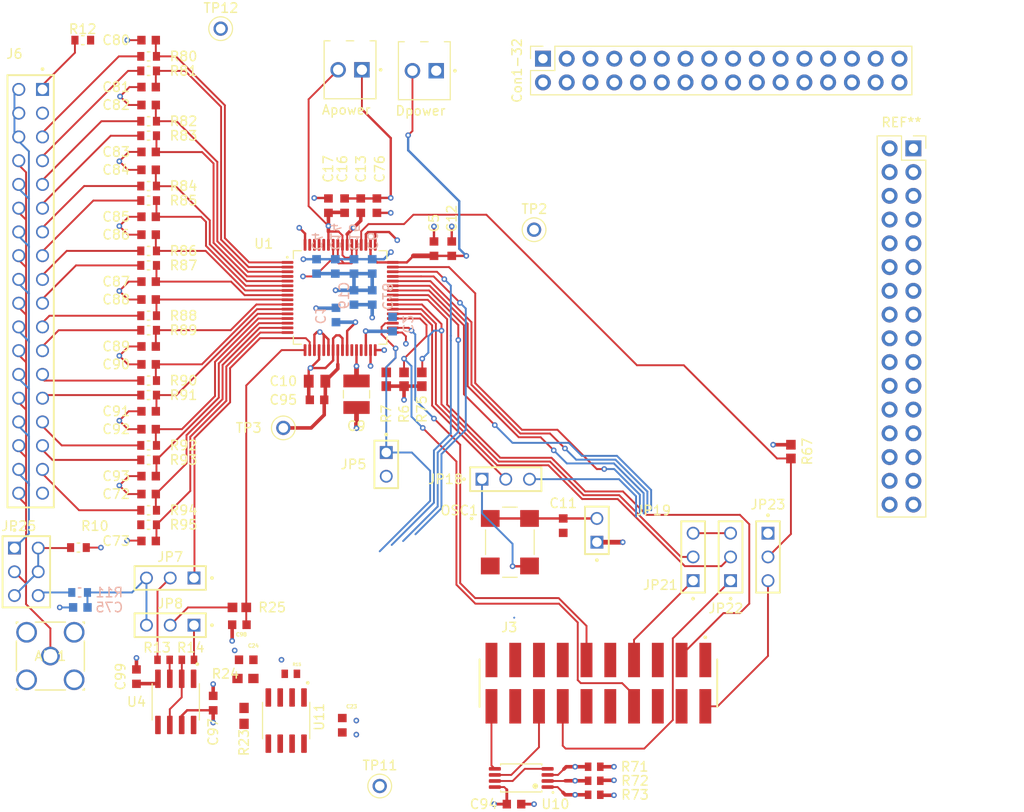
<source format=kicad_pcb>
(kicad_pcb (version 20240108) (generator "pcbnew") (generator_version "8.0")
  (layers (0 "F.Cu" signal) (1 "In1.Cu" signal) (2 "In2.Cu" signal) (31 "B.Cu" signal) (34 "B.Paste" user) (35 "F.Paste" user) (36 "B.SilkS" user "B.Silkscreen") (37 "F.SilkS" user "F.Silkscreen") (38 "B.Mask" user) (39 "F.Mask" user) (44 "Edge.Cuts" user))
  (net 0 "")
  (net 1 "11")
  (net 2 "AVSS")
  (net 3 "VCAP4")
  (net 4 "GNDA")
  (net 5 "VCAP2")
  (net 6 "VCAP3")
  (net 7 "AVDD")
  (net 8 "VCAP1")
  (net 9 "VREFP")
  (net 10 "Net-(OSC1-E{slash}D)")
  (net 11 "AIN1N")
  (net 12 "AIN1P")
  (net 13 "REF_ELEC")
  (net 14 "AIN8N")
  (net 15 "AIN8P")
  (net 16 "AIN7N")
  (net 17 "AIN7P")
  (net 18 "AIN6N")
  (net 19 "AIN6P")
  (net 20 "AIN5N")
  (net 21 "AIN5P")
  (net 22 "AIN4N")
  (net 23 "AIN4P")
  (net 24 "AIN3N")
  (net 25 "AIN3P")
  (net 26 "AIN2N")
  (net 27 "AIN2P")
  (net 28 "Net-(U4-V-)")
  (net 29 "36")
  (net 30 "10")
  (net 31 "20")
  (net 32 "1")
  (net 33 "24")
  (net 34 "28")
  (net 35 "14")
  (net 36 "32")
  (net 37 "26")
  (net 38 "18")
  (net 39 "6")
  (net 40 "22")
  (net 41 "8")
  (net 42 "12")
  (net 44 "30")
  (net 45 "34")
  (net 46 "16")
  (net 47 "Net-(J6-Pad02)")
  (net 48 "SRB2")
  (net 49 "{slash}PWDN")
  (net 50 "Net-(JP8-Pad02)")
  (net 51 "Net-(U4--IN)")
  (net 52 "EXT_CLK")
  (net 53 "CLK")
  (net 54 "Net-(OSC1-OUTPUT)")
  (net 55 "DVDD")
  (net 56 "Net-(JP25-Pad02)")
  (net 57 "Net-(JP25-Pad06)")
  (net 58 "{slash}RESET")
  (net 59 "BIAS_SHD")
  (net 60 "Net-(U4-+IN)")
  (net 61 "SRB1")
  (net 62 "SPI_CS")
  (net 64 "GPIO1")
  (net 65 "SPI_START")
  (net 66 "GPIO4")
  (net 67 "DAISY_IN")
  (net 68 "CLKSEL")
  (net 69 "GPIO3")
  (net 70 "GPIO2")
  (net 71 "SPI_DRDY")
  (net 72 "SPI_IN")
  (net 73 "SPI_CLK")
  (net 74 "SPI_OUT")
  (net 76 "Net-(JP8-Pad01)")
  (net 77 "Net-(JP7-Pad02)")
  (net 78 "GND")
  (net 79 "/SCL")
  (net 80 "/SDA")
  (net 81 "+3V3")
  (net 89 "Net-(J3-Pad07)")
  (net 92 "Net-(J3-Pad02)")
  (net 93 "Net-(J3-Pad14)")
  (net 94 "Net-(J3-Pad01)")
  (footprint "5001:KEYSTONE_5001" (layer "F.Cu") (at 156.5 67.5)
    (property "Reference" "TP2")
    (property "Value" "5001" (hide yes))
  )
  (footprint "1725656:PHOENIX_1725656" (layer "F.Cu") (at 147.54 47.4 180)
    (property "Reference" "Dpower")
    (property "Value" "PHOENIX_1725656" (hide yes))
  )
  (footprint "RC0603FR-074K99L:RESC1608X60N" (layer "F.Cu") (at 115.3 99.059694 180)
    (property "Reference" "R95")
    (property "Value" "4.99K" (hide yes))
  )
  (footprint "5001:KEYSTONE_5001" (layer "F.Cu") (at 123 46)
    (property "Reference" "TP12")
    (property "Value" "5001" (hide yes))
  )
  (footprint "RC0603FR-074K99L:RESC1608X60N" (layer "F.Cu") (at 115.3 85.190278 180)
    (property "Reference" "R91")
    (property "Value" "4.99K" (hide yes))
  )
  (footprint "GRM188R71H472KA01D:CAPC1608X90N" (layer "F.Cu") (at 115.3 52.250415)
    (property "Reference" "C81")
    (property "Value" "4.7nF" (hide yes))
  )
  (footprint "RC0603FR-074K99L:RESC1608X60N" (layer "F.Cu") (at 115.3 90.572509 180)
    (property "Reference" "R92")
    (property "Value" "4.99K" (hide yes))
  )
  (footprint "GRM188R71H472KA01D:CAPC1608X90N" (layer "F.Cu") (at 115.3 74.969416 180)
    (property "Reference" "C88")
    (property "Value" "4.7nF" (hide yes))
  )
  (footprint "GRM188R71H472KA01D:CAPC1608X90N" (layer "F.Cu") (at 115.3 54.165292 180)
    (property "Reference" "C82")
    (property "Value" "4.7nF" (hide yes))
  )
  (footprint "RC0402JR-070RL:RESC1005X40" (layer "F.Cu") (at 162.9257 127.9375 180)
    (property "Reference" "R73")
    (property "Value" "0" (hide yes))
  )
  (footprint "24AA256-I_ST:SOP8P65_300X640X120L60X24N" (layer "F.Cu") (at 155.1257 126.1375 180)
    (property "Reference" "U10")
    (property "Value" "24AA256-I/ST" (hide yes))
  )
  (footprint "GRM188R61E105KA12D:CAPC1608X90N" (layer "F.Cu") (at 159.6125 99.155 -90)
    (property "Reference" "C11")
    (property "Value" "1uF" (hide yes))
  )
  (footprint "GRM188R71H472KA01D:CAPC1608X90N" (layer "F.Cu") (at 115.3 73.054539)
    (property "Reference" "C87")
    (property "Value" "4.7nF" (hide yes))
  )
  (footprint "TSW-102-07-T-S:SAMTEC_TSW-102-07-T-S" (layer "F.Cu") (at 163.2125 99.655 90)
    (property "Reference" "JP19")
    (property "Value" "TSW-102-07-T-S" (hide yes))
  )
  (footprint "132134:132134_AMP" (layer "F.Cu") (at 104.8 113.1)
    (property "Reference" "AIN1")
    (property "Value" "AIN1" (hide yes))
  )
  (footprint "TSW-103-07-T-S:SAMTEC_TSW-103-07-T-S" (layer "F.Cu") (at 173.5 102.5 90)
    (property "Reference" "JP21")
    (property "Value" "TSW-103-07-T-S" (hide yes))
  )
  (footprint "GRM188R71H472KA01D:CAPC1608X90N" (layer "F.Cu") (at 115.3 88.838832 180)
    (property "Reference" "C92")
    (property "Value" "4.7nF" (hide yes))
  )
  (footprint "RC0603FR-074K99L:RESC1608X60N" (layer "F.Cu") (at 115.3 64.386154 180)
    (property "Reference" "R85")
    (property "Value" "4.99K" (hide yes))
  )
  (footprint "GRM188R71H104KA93D:CAPC1608X90N" (layer "F.Cu") (at 133.3 85.7 180)
    (property "Reference" "C95")
    (property "Value" "0.1uF" (hide yes))
  )
  (footprint "TSW-103-07-T-S:SAMTEC_TSW-103-07-T-S" (layer "F.Cu") (at 117.61 104.75 180)
    (property "Reference" "JP7")
    (property "Value" "TSW-103-07-T-S" (hide yes))
  )
  (footprint "OPA376AID:SOIC127P599X175-8N" (layer "F.Cu") (at 118.2 118 -90)
    (property "Reference" "U4")
    (property "Value" "OPA376" (hide yes))
  )
  (footprint "GRM188R61E105KA12D:CAPC1608X90N" (layer "F.Cu") (at 136 120.5 90)
    (property "Reference" "C23")
    (property "Value" "CAPC1608X90N" (hide yes))
  )
  (footprint "GRM188R71H472KA01D:CAPC1608X90N" (layer "F.Cu") (at 115.3 93.858663)
    (property "Reference" "C93")
    (property "Value" "4.7nF" (hide yes))
  )
  (footprint "RC0603FR-074K99L:RESC1608X60N" (layer "F.Cu") (at 115.3 83.637801 180)
    (property "Reference" "R90")
    (property "Value" "4.99K" (hide yes))
  )
  (footprint "GRM188R71H472KA01D:CAPC1608X90N" (layer "F.Cu") (at 115.3 95.77354 180)
    (property "Reference" "C72")
    (property "Value" "4.7nF" (hide yes))
  )
  (footprint "SSW-118-21-F-D:SAMTEC_SSW-118-21-F-D" (layer "F.Cu") (at 103.96 52.5 90)
    (property "Reference" "J6")
    (property "Value" "36PIN_IDC" (hide yes))
  )
  (footprint "5000:KEYSTONE_5000" (layer "F.Cu") (at 129.7 88.7)
    (property "Reference" "TP3")
    (property "Value" "5000" (hide yes))
  )
  (footprint "Connector_PinSocket_2.54mm:PinSocket_2x16_P2.54mm_Vertical" (layer "F.Cu") (at 197.04 58.8)
    (property "Reference" "REF**")
    (property "Value" "PinSocket_2x16_P2.54mm_Vertical")
  )
  (footprint "RC0603FR-0710KL:RESC1607X60N" (layer "F.Cu") (at 140.7 83.5 90)
    (property "Reference" "R7")
    (property "Value" "10K" (hide yes))
  )
  (footprint "RC0603JR-072ML:0603" (layer "F.Cu") (at 125.65 115.5)
    (property "Reference" "R24")
    (property "Value" "0603" (hide yes))
  )
  (footprint "GRM188R61E105KA12D:CAPC1608X90N" (layer "F.Cu") (at 114 115.3 90)
    (property "Reference" "C99")
    (property "Value" "1uF" (hide yes))
  )
  (footprint "RC0603JR-070RL:RESC1607X60N" (layer "F.Cu") (at 125 107.9 180)
    (property "Reference" "R25")
    (property "Value" "0" (hide yes))
  )
  (footprint "RC0603FR-074K99L:RESC1608X60N" (layer "F.Cu") (at 115.3 69.768385 180)
    (property "Reference" "R86")
    (property "Value" "4.99K" (hide yes))
  )
  (footprint "RC0603FR-074K99L:RESC1608X60N" (layer "F.Cu") (at 115.3 78.25557 180)
    (property "Reference" "R89")
    (property "Value" "4.99K" (hide yes))
  )
  (footprint "GRM188R71H472KA01D:CAPC1608X90N" (layer "F.Cu") (at 115.3 47.230584 180)
    (property "Reference" "C80")
    (property "Value" "4.7nF" (hide yes))
  )
  (footprint "RC0603FR-074K99L:RESC1608X60N" (layer "F.Cu") (at 115.3 92.124986 180)
    (property "Reference" "R93")
    (property "Value" "4.99K" (hide yes))
  )
  (footprint "GRM188R71H104KA93D:CAPC1608X90N" (layer "F.Cu") (at 154.3557 128.9375)
    (property "Reference" "C94")
    (property "Value" "0.1uF" (hide yes))
  )
  (footprint "RC0603FR-074K99L:RESC1608X60N" (layer "F.Cu") (at 115.3 57.451446 180)
    (property "Reference" "R83")
    (property "Value" "4.99K" (hide yes))
  )
  (footprint "RC0603FR-074K99L:RESC1608X60N" (layer "F.Cu") (at 115.3 97.507217 180)
    (property "Reference" "R94")
    (property "Value" "4.99K" (hide yes))
  )
  (footprint "RC0603JR-072ML:0603" (layer "F.Cu") (at 125.5 119.5 90)
    (property "Reference" "R23")
    (property "Value" "0603" (hide yes))
  )
  (footprint "RC0402JR-070RL:RESC1005X40" (layer "F.Cu") (at 162.9257 126.4375 180)
    (property "Reference" "R72")
    (property "Value" "0" (hide yes))
  )
  (footprint "GRM219R61A106KE44D:CAPC2012X95N" (layer "F.Cu") (at 133.3 83.7 180)
    (property "Reference" "C10")
    (property "Value" "10uF" (hide yes))
  )
  (footprint "1725656:PHOENIX_1725656" (layer "F.Cu") (at 139.5975 47.3 180)
    (property "Reference" "Apower")
    (property "Value" "PHOENIX_1725656" (hide yes))
  )
  (footprint "RC0603FR-074K99L:RESC1608X60N" (layer "F.Cu") (at 115.3 62.833677 180)
    (property "Reference" "R84")
    (property "Value" "4.99K" (hide yes))
  )
  (footprint "RC0402JR-070RL:RESC1005X40" (layer "F.Cu") (at 130.5 115)
    (property "Reference" "R15")
    (property "Value" "RESC1005X40" (hide yes))
  )
  (footprint "GRM188R61E105KA12D:CAPC1608X90N" (layer "F.Cu") (at 139.7 64.93 -90)
    (property "Reference" "C76")
    (property "Value" "1uF" (hide yes))
  )
  (footprint "ADS1299CPAG:QFP64P50_1200X1200X120L60X22N" (layer "F.Cu") (at 135.77 74.75)
    (property "Reference" "U1")
    (property "Value" "ADS1299IPAG" (hide yes))
  )
  (footprint "OPA376AID:SOIC127P599X175-8N" (layer "F.Cu") (at 130 120 -90)
    (property "Reference" "U11")
    (property "Value" "SOIC127P599X175-8N" (hide yes))
  )
  (footprint "GRM188R71H472KA01D:CAPC1608X90N" (layer "F.Cu") (at 115.3 81.904124 180)
    (property "Reference" "C90")
    (property "Value" "4.7nF" (hide yes))
  )
  (footprint "GRM188R71H472KA01D:CAPC1608X90N" (layer "F.Cu") (at 115.3 86.923955)
    (property "Reference" "C91")
    (property "Value" "4.7nF" (hide yes))
  )
  (footprint "RC0603FR-074K99L:RESC1608X60N" (layer "F.Cu") (at 115.3 71.320862 180)
    (property "Reference" "R87")
    (property "Value" "4.99K" (hide yes))
  )
  (footprint "FXO-HC735:XTAL_FXO-HC735-8" (layer "F.Cu") (at 153.9125 100.925 -90)
    (property "Reference" "OSC1")
    (property "Value" "HC735-2.048MHZ" (hide yes))
  )
  (footprint "Connector_PinSocket_2.54mm:PinSocket_2x16_P2.54mm_Vertical" (layer "F.Cu") (at 157.45 49.21 90)
    (property "Reference" "Con1-32")
    (property "Value" "PinSocket_2x16_P2.54mm_Vertical" (hide yes))
  )
  (footprint "TSW-103-07-T-S:SAMTEC_TSW-103-07-T-S" (layer "F.Cu") (at 117.61 109.8 180)
    (property "Reference" "JP8")
    (property "Value" "TSW-103-07-T-S" (hide yes))
  )
  (footprint "TSW-103-07-T-D:SAMTEC_TSW-103-07-T-D" (layer "F.Cu") (at 102.23 104.0875 -90)
    (property "Reference" "JP25")
    (property "Value" "TSW-103-07-T-D" (hide yes))
  )
  (footprint "RC0603FR-074K99L:RESC1608X60N" (layer "F.Cu") (at 108.2618 47.230584)
    (property "Reference" "R12")
    (property "Value" "4.99K" (hide yes))
  )
  (footprint "GRM188R71H472KA01D:CAPC1608X90N" (layer "F.Cu") (at 115.3 66.119831)
    (property "Reference" "C85")
    (property "Value" "4.7nF" (hide yes))
  )
  (footprint "GRM188R71H472KA01D:CAPC1608X90N" (layer "F.Cu") (at 115.3 100.793394)
    (property "Reference" "C73")
    (property "Value" "4.7nF" (hide yes))
  )
  (footprint "5001:KEYSTONE_5001" (layer "F.Cu") (at 140 127)
    (property "Reference" "TP11")
    (property "Value" "5001" (hide yes))
  )
  (footprint "TSM-110-01-T-DV-P-TR:SAMTEC_TSM-110-01-T-DV-P-TR" (layer "F.Cu") (at 163.3732 116)
    (property "Reference" "J3")
    (property "Value" "TSM-110-01-T-DV-P-TR" (hide yes))
  )
  (footprint "GRM188R61E105KA12D:CAPC1608X90N" (layer "F.Cu") (at 134.52 64.93 90)
    (property "Reference" "C17")
    (property "Value" "1uF" (hide yes))
  )
  (footprint "RC0402JR-070RL:RESC1005X40" (layer "F.Cu") (at 119.5 113.5 180)
    (property "Reference" "R14")
    (property "Value" "0" (hide yes))
  )
  (footprint "RC0603FR-0710KL:RESC1607X60N" (layer "F.Cu") (at 144.5 83.5 90)
    (property "Reference" "R75")
    (property "Value" "10K" (hide yes))
  )
  (footprint "RC0603FR-074K99L:RESC1608X60N" (layer "F.Cu") (at 107.8 101.5)
    (property "Reference" "R10")
    (property "Value" "4.99K" (hide yes))
  )
  (footprint "GRM188R71H472KA01D:CAPC1608X90N" (layer "F.Cu") (at 115.3 59.185123)
    (property "Reference" "C83")
    (property "Value" "4.7nF" (hide yes))
  )
  (footprint "RC0402JR-070RL:RESC1005X40" (layer "F.Cu") (at 116.9 113.5 180)
    (property "Reference" "R13")
    (property "Value" "0" (hide yes))
  )
  (footprint "RC0603FR-0710KL:RESC1607X60N" (layer "F.Cu") (at 142.6 83.5 90)
    (property "Reference" "R6")
    (property "Value" "10K" (hide yes))
  )
  (footprint "GRM188R71H472KA01D:CAPC1608X90N" (layer "F.Cu") (at 115.3 79.989247)
    (property "Reference" "C89")
    (property "Value" "4.7nF" (hide yes))
  )
  (footprint "TSW-102-07-T-S:SAMTEC_TSW-102-07-T-S" (layer "F.Cu") (at 140.7 92.6 -90)
    (property "Reference" "JP5")
    (property "Value" "TSW-102-07-T-S" (hide yes))
  )
  (footprint "RC0603FR-074K99L:RESC1608X60N" (layer "F.Cu") (at 115.3 55.898969 180)
    (property "Reference" "R82")
    (property "Value" "4.99K" (hide yes))
  )
  (footprint "RC0603FR-074K99L:RESC1608X60N" (layer "F.Cu") (at 115.3 48.964261 180)
    (property "Reference" "R80")
    (property "Value" "4.99K" (hide yes))
  )
  (footprint "GRM188R71H472KA01D:CAPC1608X90N" (layer "F.Cu") (at 115.3 68.034708 180)
    (property "Reference" "C86")
    (property "Value" "4.7nF" (hide yes))
  )
  (footprint "GRM188R61E105KA12D:CAPC1608X90N" (layer "F.Cu") (at 145.8 69.53 90)
    (property "Reference" "C5")
    (property "Value" "1uF" (hide yes))
  )
  (footprint "GRM188R61E105KA12D:CAPC1608X90N" (layer "F.Cu") (at 125.73 113.5)
    (property "Reference" "C24")
    (property "Value" "CAPC1608X90N" (hide yes))
  )
  (footprint "RC0402JR-070RL:RESC1005X40" (layer "F.Cu") (at 162.9257 124.9375 180)
    (property "Reference" "R71")
    (property "Value" "0" (hide yes))
  )
  (footprint "GRM188R71H104KA93D:CAPC1608X90N" (layer "F.Cu") (at 136.246666 64.93 90)
    (property "Reference" "C16")
    (property "Value" "0.1uF" (hide yes))
  )
  (footprint "TSW-103-07-T-S:SAMTEC_TSW-103-07-T-S" (layer "F.Cu") (at 181.5 102.5 -90)
    (property "Reference" "JP23")
    (property "Value" "TSW-103-07-T-S" (hide yes))
  )
  (footprint "GRM188R71H103KA01D:CAPC1608X90N" (layer "F.Cu") (at 125 109.75 180)
    (property "Reference" "C98")
    (property "Value" "0.01uF")
  )
  (footprint "GRM188R71H472KA01D:CAPC1608X90N" (layer "F.Cu") (at 115.3 61.1 180)
    (property "Reference" "C84")
    (property "Value" "4.7nF" (hide yes))
  )
  (footprint "TSW-103-07-T-S:SAMTEC_TSW-103-07-T-S" (layer "F.Cu") (at 153.4725 94.185)
    (property "Reference" "JP18")
    (property "Value" "TSW-103-07-T-S" (hide yes))
  )
  (footprint "LMK325BJ107MM_T:CAPC3225X280N" (layer "F.Cu") (at 137.52 85.1 -90)
    (property "Reference" "C9")
    (property "Value" "100uF" (hide yes))
  )
  (footprint "RC0603FR-074K99L:RESC1608X60N" (layer "F.Cu") (at 115.3 50.516738 180)
    (property "Reference" "R81")
    (property "Value" "4.99K" (hide yes))
  )
  (footprint "GRM188R61E105KA12D:CAPC1608X90N" (layer "F.Cu") (at 122.2 118.13 90)
    (property "Reference" "C97")
    (property "Value" "1uF" (hide yes))
  )
  (footprint "GRM188R71H104KA93D:CAPC1608X90N" (layer "F.Cu") (at 137.973332 64.93 90)
    (property "Reference" "C13")
    (property "Value" "0.1uF" (hide yes))
  )
  (footprint "RC0603FR-0710KL:RESC1607X60N" (layer "F.Cu") (at 183.95 91.235 -90)
    (property "Reference" "R67")
    (property "Value" "10K" (hide yes))
  )
  (footprint "RC0603FR-074K99L:RESC1608X60N" (layer "F.Cu") (at 115.3 76.703093 180)
    (property "Reference" "R88")
    (property "Value" "4.99K" (hide yes))
  )
  (footprint "TSW-103-07-T-S:SAMTEC_TSW-103-07-T-S" (layer "F.Cu") (at 177.5 102.5 90)
    (property "Reference" "JP22")
    (property "Value" "TSW-103-07-T-S" (hide yes))
  )
  (footprint "GRM188R71H104KA93D:CAPC1608X90N" (layer "F.Cu") (at 147.7 69.53 90)
    (property "Reference" "C12")
    (property "Value" "0.1uF" (hide yes))
  )
  (footprint "GRM188R71H472KA01D:CAPC1608X90N" (layer "B.Cu") (at 108 107.9 180)
    (property "Reference" "C75")
    (property "Value" "4.7nF" (hide yes))
  )
  (footprint "GRM188R61E105KA12D:CAPC1608X90N" (layer "B.Cu") (at 135.325 76.625 90)
    (property "Reference" "C1")
    (property "Value" "1uF" (hide yes))
  )
  (footprint "GRM188R71H104KA93D:CAPC1608X90N" (layer "B.Cu") (at 135.25 71.43 90)
    (property "Reference" "C14")
    (property "Value" "0.1uF" (hide yes))
  )
  (footprint "GRM188R61E105KA12D:CAPC1608X90N" (layer "B.Cu") (at 141.375 77.6 90)
    (property "Reference" "C2")
    (property "Value" "1uF" (hide yes))
  )
  (footprint "GRM188R71H104KA93D:CAPC1608X90N" (layer "B.Cu") (at 137.25 74.75 -90)
    (property "Reference" "C19")
    (property "Value" "0.1uF" (hide yes))
  )
  (footprint "GRM188R71H104KA93D:CAPC1608X90N" (layer "B.Cu") (at 139.2 74.75 -90)
    (property "Reference" "C18")
    (property "Value" "0.1uF" (hide yes))
  )
  (footprint "GRM188R71H104KA93D:CAPC1608X90N" (layer "B.Cu") (at 137.25 71.43 90)
    (property "Reference" "C15")
    (property "Value" "0.1uF" (hide yes))
  )
  (footprint "RC0603FR-074K99L:RESC1608X60N" (layer "B.Cu") (at 107.925 106.3)
    (property "Reference" "R11")
    (property "Value" "4.99K" (hide yes))
  )
  (footprint "GRM188R61E105KA12D:CAPC1608X90N" (layer "B.Cu") (at 133.25 71.43 90)
    (property "Reference" "C4")
    (property "Value" "1uF" (hide yes))
  )
  (footprint "GRM188R61E105KA12D:CAPC1608X90N" (layer "B.Cu") (at 139.2 71.43 90)
    (property "Reference" "C6")
    (property "Value" "1uF" (hide yes))
  )
  (gr_line (start 116.3 116.05) (end 113.95 116.05) (stroke (width 0.381)) (layer "F.Cu") (net 28))
  (segment (start 102.2 66.44) (end 100.96 65.2) (width 0.2032) (layer "F.Cu") (net 1))
  (segment (start 102.2 61.36) (end 100.96 60.12) (width 0.2032) (layer "F.Cu") (net 1))
  (segment (start 102.2 71.52) (end 102.2 66.44) (width 0.2032) (layer "F.Cu") (net 1))
  (segment (start 102.2 107.55) (end 104.8 110.15) (width 0.2032) (layer "F.Cu") (net 1))
  (segment (start 102.2 91.84) (end 102.2 86.76) (width 0.2032) (layer "F.Cu") (net 1))
  (segment (start 102.2 96.92) (end 102.2 91.84) (width 0.2032) (layer "F.Cu") (net 1))
  (segment (start 102.2 66.44) (end 102.2 61.36) (width 0.2032) (layer "F.Cu") (net 1))
  (segment (start 102.2 81.68) (end 100.96 80.44) (width 0.2032) (layer "F.Cu") (net 1))
  (segment (start 102.2 91.84) (end 100.96 90.6) (width 0.2032) (layer "F.Cu") (net 1))
  (segment (start 102.2 86.76) (end 102.2 81.68) (width 0.2032) (layer "F.Cu") (net 1))
  (segment (start 102.2 81.68) (end 102.2 76.6) (width 0.2032) (layer "F.Cu") (net 1))
  (segment (start 102.2 71.52) (end 100.96 70.28) (width 0.2032) (layer "F.Cu") (net 1))
  (segment (start 104.8 110.15) (end 104.8 113.1) (width 0.2032) (layer "F.Cu") (net 1))
  (segment (start 102.2 76.6) (end 100.96 75.36) (width 0.2032) (layer "F.Cu") (net 1))
  (segment (start 100.96 104.0875) (end 102.2 105.3275) (width 0.2032) (layer "F.Cu") (net 1))
  (segment (start 102.2 96.92) (end 100.96 95.68) (width 0.2032) (layer "F.Cu") (net 1))
  (segment (start 102.2 86.76) (end 100.96 85.52) (width 0.2032) (layer "F.Cu") (net 1))
  (segment (start 102.2 105.3275) (end 102.2 96.92) (width 0.2032) (layer "F.Cu") (net 1))
  (segment (start 102.2 105.3275) (end 102.2 107.55) (width 0.2032) (layer "F.Cu") (net 1))
  (segment (start 102.2 76.6) (end 102.2 71.52) (width 0.2032) (layer "F.Cu") (net 1))
  (segment (start 132.6 82.3) (end 132.412 82.488) (width 0.254) (layer "F.Cu") (net 2))
  (segment (start 136.720771 71.1) (end 137 71.1) (width 0.2032) (layer "F.Cu") (net 2))
  (segment (start 136.720771 71.1) (end 136.2 71.1) (width 0.2032) (layer "F.Cu") (net 2))
  (segment (start 135.02 80.38) (end 135.02 81.48) (width 0.254) (layer "F.Cu") (net 2))
  (segment (start 132.412 85.582) (end 132.53 85.7) (width 0.381) (layer "F.Cu") (net 2))
  (segment (start 139.52 80.38) (end 140.48 80.38) (width 0.254) (layer "F.Cu") (net 2))
  (segment (start 136.02 79.12) (end 136.02 80.38) (width 0.254) (layer "F.Cu") (net 2))
  (segment (start 135.7 78.8) (end 136.02 79.12) (width 0.254) (layer "F.Cu") (net 2))
  (segment (start 139.7 64.1) (end 141.18 64.1) (width 0.254) (layer "F.Cu") (net 2))
  (segment (start 135.02 69.12) (end 135.02 70.52) (width 0.2032) (layer "F.Cu") (net 2))
  (segment (start 135.35 78.8) (end 135.7 78.8) (width 0.254) (layer "F.Cu") (net 2))
  (segment (start 136.2 71.1) (end 135.52 70.42) (width 0.2032) (layer "F.Cu") (net 2))
  (segment (start 135.52 70.42) (end 135.52 69.12) (width 0.2032) (layer "F.Cu") (net 2))
  (segment (start 132.412 83.7) (end 132.412 85.582) (width 0.381) (layer "F.Cu") (net 2))
  (segment (start 137.52 70.58) (end 137.52 69.12) (width 0.2032) (layer "F.Cu") (net 2))
  (segment (start 141.18 64.1) (end 141.18 57.705) (width 0.254) (layer "F.Cu") (net 2))
  (segment (start 132.412 82.488) (end 132.412 83.7) (width 0.254) (layer "F.Cu") (net 2))
  (segment (start 135.6 71.1) (end 136.720771 71.1) (width 0.2032) (layer "F.Cu") (net 2))
  (segment (start 135.02 70.52) (end 133.04 72.5) (width 0.2032) (layer "F.Cu") (net 2))
  (segment (start 135.02 70.52) (end 135.6 71.1) (width 0.2032) (layer "F.Cu") (net 2))
  (segment (start 135.02 81.48) (end 134.2 82.3) (width 0.254) (layer "F.Cu") (net 2))
  (segment (start 132.6 82.3) (end 132.412 82.488) (width 0.254) (layer "F.Cu") (net 2))
  (segment (start 141.18 57.705) (end 138.0975 54.6225) (width 0.254) (layer "F.Cu") (net 2))
  (segment (start 138.0975 50.4) (end 138.0975 54.6225) (width 0.2) (layer "F.Cu") (net 2))
  (segment (start 135.02 79.13) (end 135.35 78.8) (width 0.254) (layer "F.Cu") (net 2))
  (segment (start 137.52 86.52) (end 137.52 88.73) (width 0.508) (layer "F.Cu") (net 2))
  (segment (start 133.52 80.38) (end 133.52 81.38) (width 0.254) (layer "F.Cu") (net 2))
  (segment (start 136.246666 64.16) (end 139.7 64.16) (width 0.254) (layer "F.Cu") (net 2))
  (segment (start 135.02 80.38) (end 135.02 79.13) (width 0.254) (layer "F.Cu") (net 2))
  (segment (start 134.2 82.3) (end 132.6 82.3) (width 0.254) (layer "F.Cu") (net 2))
  (segment (start 133.52 81.38) (end 132.6 82.3) (width 0.254) (layer "F.Cu") (net 2))
  (segment (start 137 71.1) (end 137.52 70.58) (width 0.2032) (layer "F.Cu") (net 2))
  (segment (start 133.04 72.5) (end 131.8 72.5) (width 0.2032) (layer "F.Cu") (net 2))
  (via (at 141.18 64.1) (size 0.6) (drill 0.3) (layers "F.Cu" "B.Cu") (net 2))
  (via (at 132.6 82.3) (size 0.6) (drill 0.3) (layers "F.Cu" "B.Cu") (net 2))
  (via (at 133.2 75.9) (size 0.6) (drill 0.3) (layers "F.Cu" "B.Cu") (net 2))
  (via (at 131.84 70.66) (size 0.6) (drill 0.3) (layers "F.Cu" "B.Cu") (net 2))
  (via (at 131.8 72.5) (size 0.6) (drill 0.3) (layers "F.Cu" "B.Cu") (net 2))
  (via (at 141.2 69.9) (size 0.6) (drill 0.3) (layers "F.Cu" "B.Cu") (net 2))
  (via (at 140.48 80.38) (size 0.6) (drill 0.3) (layers "F.Cu" "B.Cu") (net 2))
  (via (at 137.52 88.73) (size 0.6) (drill 0.3) (layers "F.Cu" "B.Cu") (net 2))
  (segment (start 133.25 70.66) (end 131.84 70.66) (width 0.254) (layer "B.Cu") (net 2))
  (segment (start 133.2 75.9) (end 135.275 75.9) (width 0.381) (layer "B.Cu") (net 2))
  (segment (start 139.2 70.66) (end 137.25 70.66) (width 0.254) (layer "B.Cu") (net 2))
  (segment (start 135.25 70.66) (end 133.25 70.66) (width 0.254) (layer "B.Cu") (net 2))
  (segment (start 137.25 70.66) (end 135.25 70.66) (width 0.254) (layer "B.Cu") (net 2))
  (segment (start 140.44 70.66) (end 139.2 70.66) (width 0.254) (layer "B.Cu") (net 2))
  (segment (start 139.17 70.66) (end 139.2 70.69) (width 0.254) (layer "B.Cu") (net 2))
  (segment (start 141.2 69.9) (end 140.44 70.66) (width 0.254) (layer "B.Cu") (net 2))
  (segment (start 136.52 78.33) (end 136.52 80.38) (width 0.254) (layer "F.Cu") (net 3))
  (segment (start 137.4 77.45) (end 136.52 78.33) (width 0.254) (layer "F.Cu") (net 3))
  (segment (start 137.4 77.395) (end 137.4 77.45) (width 0.254) (layer "F.Cu") (net 3))
  (via (at 137.4 77.395) (size 0.6) (drill 0.3) (layers "F.Cu" "B.Cu") (net 3))
  (segment (start 137.4 77.395) (end 135.325 77.395) (width 0.381) (layer "B.Cu") (net 3))
  (segment (start 113.085292 74.969416) (end 114.45 74.969416) (width 0.2032) (layer "F.Cu") (net 4))
  (segment (start 142.8 79.7) (end 142.8 78.9) (width 0.2032) (layer "F.Cu") (net 4))
  (segment (start 122.2 117.33) (end 122.2 116.1) (width 0.381) (layer "F.Cu") (net 4))
  (segment (start 139.5 67.75) (end 141 67.75) (width 0.254) (layer "F.Cu") (net 4))
  (segment (start 141.875 68.625) (end 142 68.75) (width 0.254) (layer "F.Cu") (net 4))
  (segment (start 113.085292 88.838832) (end 114.45 88.838832) (width 0.2032) (layer "F.Cu") (net 4))
  (segment (start 138.52 67.98) (end 138.75 67.75) (width 0.254) (layer "F.Cu") (net 4))
  (segment (start 113.085292 95.77354) (end 114.45 95.77354) (width 0.2032) (layer "F.Cu") (net 4))
  (segment (start 114.53 47.230584) (end 113.019416 47.230584) (width 0.2032) (layer "F.Cu") (net 4))
  (segment (start 114.45 59.185123) (end 113.169585 59.185123) (width 0.2032) (layer "F.Cu") (net 4))
  (segment (start 134.47 64.11) (end 134.52 64.16) (width 0.254) (layer "F.Cu") (net 4))
  (segment (start 112.17 87.92354) (end 113.085292 88.838832) (width 0.2032) (layer "F.Cu") (net 4))
  (segment (start 114.45 79.989247) (end 113.169585 79.989247) (width 0.2032) (layer "F.Cu") (net 4))
  (segment (start 138.75 67.75) (end 139.5 67.75) (width 0.254) (layer "F.Cu") (net 4))
  (segment (start 114 114.53) (end 114 113.3) (width 0.381) (layer "F.Cu") (net 4))
  (segment (start 112.17 67.119416) (end 113.085292 68.034708) (width 0.2032) (layer "F.Cu") (net 4))
  (segment (start 112.25 53.25) (end 113.165292 54.165292) (width 0.2032) (layer "F.Cu") (net 4))
  (segment (start 114.45 93.858663) (end 113.169585 93.858663) (width 0.2032) (layer "F.Cu") (net 4))
  (segment (start 112.17 60.184708) (end 113.085292 61.1) (width 0.2032) (layer "F.Cu") (net 4))
  (segment (start 113.165292 54.165292) (end 114.53 54.165292) (width 0.2032) (layer "F.Cu") (net 4))
  (segment (start 108.689416 101.5) (end 110.2 101.5) (width 0.2032) (layer "F.Cu") (net 4))
  (segment (start 113.085292 68.034708) (end 114.45 68.034708) (width 0.2032) (layer "F.Cu") (net 4))
  (segment (start 142.8 78.9) (end 142.4 78.5) (width 0.2032) (layer "F.Cu") (net 4))
  (segment (start 132.02 69.12) (end 132.02 67.92) (width 0.254) (layer "F.Cu") (net 4))
  (segment (start 138.52 69.12) (end 138.52 67.98) (width 0.254) (layer "F.Cu") (net 4))
  (segment (start 112.17 94.858248) (end 113.085292 95.77354) (width 0.2032) (layer "F.Cu") (net 4))
  (segment (start 113.085292 81.904124) (end 114.45 81.904124) (width 0.2032) (layer "F.Cu") (net 4))
  (segment (start 113.085292 61.1) (end 114.45 61.1) (width 0.2032) (layer "F.Cu") (net 4))
  (segment (start 113.169585 79.989247) (end 112.17 80.988832) (width 0.2032) (layer "F.Cu") (net 4))
  (segment (start 139.02 80.38) (end 139.02 82.08) (width 0.254) (layer "F.Cu") (net 4))
  (segment (start 145.8 68.76) (end 145.8 67.15) (width 0.254) (layer "F.Cu") (net 4))
  (segment (start 112.17 74.054124) (end 113.085292 74.969416) (width 0.2032) (layer "F.Cu") (net 4))
  (segment (start 133 64.11) (end 134.47 64.11) (width 0.254) (layer "F.Cu") (net 4))
  (segment (start 114.505292 100.75) (end 112.994708 100.75) (width 0.2032) (layer "F.Cu") (net 4))
  (segment (start 113.169585 73.054539) (end 112.17 74.054124) (width 0.2032) (layer "F.Cu") (net 4))
  (segment (start 139.7 65.7) (end 141.18 65.7) (width 0.254) (layer "F.Cu") (net 4))
  (segment (start 114.45 86.923955) (end 113.169585 86.923955) (width 0.2032) (layer "F.Cu") (net 4))
  (segment (start 113.169585 93.858663) (end 112.17 94.858248) (width 0.2032) (layer "F.Cu") (net 4))
  (segment (start 114.45 66.119831) (end 113.169585 66.119831) (width 0.2032) (layer "F.Cu") (net 4))
  (segment (start 114.53 52.250415) (end 113.249585 52.250415) (width 0.2032) (layer "F.Cu") (net 4))
  (segment (start 139.52 69.12) (end 139.52 67.77) (width 0.254) (layer "F.Cu") (net 4))
  (segment (start 141 67.75) (end 141.875 68.625) (width 0.254) (layer "F.Cu") (net 4))
  (segment (start 114.45 73.054539) (end 113.169585 73.054539) (width 0.2032) (layer "F.Cu") (net 4))
  (segment (start 112.17 80.988832) (end 113.085292 81.904124) (width 0.2032) (layer "F.Cu") (net 4))
  (segment (start 113.169585 59.185123) (end 112.17 60.184708) (width 0.2032) (layer "F.Cu") (net 4))
  (segment (start 132.02 67.92) (end 131.4 67.3) (width 0.254) (layer "F.Cu") (net 4))
  (segment (start 113.169585 86.923955) (end 112.17 87.92354) (width 0.2032) (layer "F.Cu") (net 4))
  (segment (start 113.169585 66.119831) (end 112.17 67.119416) (width 0.2032) (layer "F.Cu") (net 4))
  (segment (start 113.249585 52.250415) (end 112.25 53.25) (width 0.2032) (layer "F.Cu") (net 4))
  (segment (start 147.7 68.76) (end 147.7 67.15) (width 0.254) (layer "F.Cu") (net 4))
  (segment (start 142.4 78.5) (end 141.4 78.5) (width 0.2032) (layer "F.Cu") (net 4))
  (segment (start 124.23 109.75) (end 124.23 111.48) (width 0.381) (layer "F.Cu") (net 4))
  (segment (start 139.52 67.77) (end 139.5 67.75) (width 0.254) (layer "F.Cu") (net 4))
  (via (at 122.2 116.1) (size 0.6) (drill 0.3) (layers "F.Cu" "B.Cu") (net 4))
  (via (at 131.4 67.3) (size 0.6) (drill 0.3) (layers "F.Cu" "B.Cu") (net 4))
  (via (at 133 64.11) (size 0.6) (drill 0.3) (layers "F.Cu" "B.Cu") (net 4))
  (via (at 112.17 60.184708) (size 0.6) (drill 0.3) (layers "F.Cu" "B.Cu") (net 4))
  (via (at 112.17 67.119416) (size 0.6) (drill 0.3) (layers "F.Cu" "B.Cu") (net 4))
  (via (at 147.7 67.15) (size 0.6) (drill 0.3) (layers "F.Cu" "B.Cu") (net 4))
  (via (at 112.17 94.858248) (size 0.6) (drill 0.3) (layers "F.Cu" "B.Cu") (net 4))
  (via (at 113.019416 47.230584) (size 0.6) (drill 0.3) (layers "F.Cu" "B.Cu") (net 4))
  (via (at 142.8 79.7) (size 0.6) (drill 0.3) (layers "F.Cu" "B.Cu") (net 4))
  (via (at 124.5 112.5) (size 0.6) (drill 0.3) (layers "F.Cu" "B.Cu") (net 4))
  (via (at 129.5 113.5) (size 0.6) (drill 0.3) (layers "F.Cu" "B.Cu") (net 4))
  (via (at 112.17 74.054124) (size 0.6) (drill 0.3) (layers "F.Cu" "B.Cu") (net 4))
  (via (at 139.2 76.9) (size 0.6) (drill 0.3) (layers "F.Cu" "B.Cu") (net 4))
  (via (at 137.5 121.5) (size 0.6) (drill 0.3) (layers "F.Cu" "B.Cu") (net 4))
  (via (at 110.2 101.5) (size 0.6) (drill 0.3) (layers "F.Cu" "B.Cu") (net 4))
  (via (at 139.02 82.08) (size 0.6) (drill 0.3) (layers "F.Cu" "B.Cu") (net 4))
  (via (at 112.994708 100.75) (size 0.6) (drill 0.3) (layers "F.Cu" "B.Cu") (net 4))
  (via (at 112.17 80.988832) (size 0.6) (drill 0.3) (layers "F.Cu" "B.Cu") (net 4))
  (via (at 124.23 111.48) (size 0.6) (drill 0.3) (layers "F.Cu" "B.Cu") (net 4))
  (via (at 141.18 65.7) (size 0.6) (drill 0.3) (layers "F.Cu" "B.Cu") (net 4))
  (via (at 114 113.3) (size 0.6) (drill 0.3) (layers "F.Cu" "B.Cu") (net 4))
  (via (at 145.8 67.15) (size 0.6) (drill 0.3) (layers "F.Cu" "B.Cu") (net 4))
  (via (at 112.25 53.25) (size 0.6) (drill 0.3) (layers "F.Cu" "B.Cu") (net 4))
  (via (at 112.17 87.92354) (size 0.6) (drill 0.3) (layers "F.Cu" "B.Cu") (net 4))
  (via (at 137.5 120) (size 0.6) (drill 0.3) (layers "F.Cu" "B.Cu") (net 4))
  (via (at 105.8 107.9) (size 0.6) (drill 0.3) (layers "F.Cu" "B.Cu") (net 4))
  (via (at 141.875 68.625) (size 0.6) (drill 0.3) (layers "F.Cu" "B.Cu") (net 4))
  (segment (start 139.2 75.52) (end 139.2 76.9) (width 0.381) (layer "B.Cu") (net 4))
  (segment (start 107.23 107.9) (end 105.8 107.9) (width 0.2032) (layer "B.Cu") (net 4))
  (segment (start 137.25 75.52) (end 139.2 75.52) (width 0.381) (layer "B.Cu") (net 4))
  (segment (start 138.52 80.38) (end 138.52 78.37) (width 0.254) (layer "F.Cu") (net 5))
  (segment (start 138.52 78.37) (end 138.5 78.35) (width 0.254) (layer "F.Cu") (net 5))
  (via (at 138.5 78.35) (size 0.6) (drill 0.3) (layers "F.Cu" "B.Cu") (net 5))
  (segment (start 138.52 78.37) (end 138.5 78.35) (width 0.381) (layer "B.Cu") (net 5))
  (segment (start 141.375 78.37) (end 138.52 78.37) (width 0.381) (layer "B.Cu") (net 5))
  (segment (start 136.52 69.12) (end 136.52 67.98) (width 0.2032) (layer "F.Cu") (net 6))
  (segment (start 136.52 67.98) (end 137.2 67.3) (width 0.381) (layer "F.Cu") (net 6))
  (segment (start 137.2 67.3) (end 137.973332 66.526668) (width 0.381) (layer "F.Cu") (net 6))
  (segment (start 137.973332 66.526668) (end 137.973332 65.7) (width 0.381) (layer "F.Cu") (net 6))
  (via (at 137.2 67.3) (size 0.6) (drill 0.3) (layers "F.Cu" "B.Cu") (net 6))
  (segment (start 133.3 78.45) (end 133.02 78.73) (width 0.254) (layer "F.Cu") (net 7))
  (segment (start 133.02 78.73) (end 133.02 80.38) (width 0.254) (layer "F.Cu") (net 7))
  (segment (start 119.420001 118.9) (end 122.2 118.9) (width 0.254) (layer "F.Cu") (net 7))
  (segment (start 136.02 68.12) (end 136.02 69.12) (width 0.2032) (layer "F.Cu") (net 7))
  (segment (start 134.52 67.1) (end 132.4 64.98) (width 0.2) (layer "F.Cu") (net 7))
  (segment (start 137.02 70.23056) (end 136.75056 70.5) (width 0.2032) (layer "F.Cu") (net 7))
  (segment (start 134.52 67.7) (end 134.52 67.1) (width 0.381) (layer "F.Cu") (net 7))
  (segment (start 118.835 120.47) (end 118.835 119.485001) (width 0.254) (layer "F.Cu") (net 7))
  (segment (start 134.52 69.12) (end 134.52 67.7) (width 0.254) (layer "F.Cu") (net 7))
  (segment (start 134.52 79.24) (end 134.02 78.74) (width 0.254) (layer "F.Cu") (net 7))
  (segment (start 134.57 65.65) (end 136.196666 65.65) (width 0.381) (layer "F.Cu") (net 7))
  (segment (start 134.52 80.38) (end 134.52 79.24) (width 0.254) (layer "F.Cu") (net 7))
  (segment (start 132.4 64.98) (end 132.4 53.5575) (width 0.2) (layer "F.Cu") (net 7))
  (segment (start 133.6 78.45) (end 133.73 78.45) (width 0.254) (layer "F.Cu") (net 7))
  (segment (start 133.6 78.45) (end 133.3 78.45) (width 0.254) (layer "F.Cu") (net 7))
  (segment (start 134.02 78.74) (end 134.02 80.38) (width 0.254) (layer "F.Cu") (net 7))
  (segment (start 134.52 67.7) (end 135.6 67.7) (width 0.254) (layer "F.Cu") (net 7))
  (segment (start 136.28944 70.5) (end 136.02 70.23056) (width 0.2032) (layer "F.Cu") (net 7))
  (segment (start 135.6 67.7) (end 136.02 68.12) (width 0.2032) (layer "F.Cu") (net 7))
  (segment (start 122.2 118.98) (end 122.2 120.21) (width 0.381) (layer "F.Cu") (net 7))
  (segment (start 132.4 53.5575) (end 135.5575 50.4) (width 0.2) (layer "F.Cu") (net 7))
  (segment (start 136.196666 65.65) (end 136.246666 65.7) (width 0.381) (layer "F.Cu") (net 7))
  (segment (start 118.835 119.485001) (end 119.420001 118.9) (width 0.254) (layer "F.Cu") (net 7))
  (segment (start 134.47 65.65) (end 134.52 65.7) (width 0.381) (layer "F.Cu") (net 7))
  (segment (start 134.52 65.7) (end 134.57 65.65) (width 0.381) (layer "F.Cu") (net 7))
  (segment (start 136.75056 70.5) (end 136.28944 70.5) (width 0.2032) (layer "F.Cu") (net 7))
  (segment (start 137.02 69.12) (end 137.02 70.23056) (width 0.2032) (layer "F.Cu") (net 7))
  (segment (start 134.52 67.1) (end 134.52 65.7) (width 0.381) (layer "F.Cu") (net 7))
  (segment (start 133.73 78.45) (end 134.02 78.74) (width 0.254) (layer "F.Cu") (net 7))
  (segment (start 136.02 70.23056) (end 136.02 69.12) (width 0.2032) (layer "F.Cu") (net 7))
  (via (at 134.52 67.1) (size 0.6) (drill 0.3) (layers "F.Cu" "B.Cu") (net 7))
  (via (at 133.6 78.45) (size 0.6) (drill 0.3) (layers "F.Cu" "B.Cu") (net 7))
  (via (at 122.2 120.21) (size 0.6) (drill 0.3) (layers "F.Cu" "B.Cu") (net 7))
  (via (at 135.28 73.98) (size 0.6) (drill 0.3) (layers "F.Cu" "B.Cu") (net 7))
  (segment (start 137.25 73.98) (end 137.25 72.2) (width 0.381) (layer "B.Cu") (net 7))
  (segment (start 135.25 72.2) (end 133.25 72.2) (width 0.381) (layer "B.Cu") (net 7))
  (segment (start 139.2 72.2) (end 137.25 72.2) (width 0.381) (layer "B.Cu") (net 7))
  (segment (start 139.2 73.98) (end 139.2 72.2) (width 0.381) (layer "B.Cu") (net 7))
  (segment (start 137.25 72.2) (end 135.25 72.2) (width 0.381) (layer "B.Cu") (net 7))
  (segment (start 137.25 73.98) (end 139.2 73.98) (width 0.381) (layer "B.Cu") (net 7))
  (segment (start 139.17 72.2) (end 139.2 72.23) (width 0.254) (layer "B.Cu") (net 7))
  (segment (start 137.25 73.98) (end 135.28 73.98) (width 0.381) (layer "B.Cu") (net 7))
  (segment (start 137.52 80.38) (end 137.52 82.02) (width 0.254) (layer "F.Cu") (net 8))
  (segment (start 137.52 82.15) (end 137.52 82.1) (width 0.508) (layer "F.Cu") (net 8))
  (segment (start 137.52 82.1) (end 137.52 82.02) (width 0.508) (layer "F.Cu") (net 8))
  (segment (start 137.52 83.68) (end 137.52 82.15) (width 0.508) (layer "F.Cu") (net 8))
  (via (at 137.52 82.1) (size 0.6) (drill 0.3) (layers "F.Cu" "B.Cu") (net 8))
  (segment (start 132.675 88.7) (end 134.07 87.305) (width 0.381) (layer "F.Cu") (net 9))
  (segment (start 134.07 87.305) (end 134.07 85.7) (width 0.381) (layer "F.Cu") (net 9))
  (segment (start 134.188 83.7) (end 134.188 85.582) (width 0.381) (layer "F.Cu") (net 9))
  (segment (start 134.188 85.582) (end 134.07 85.7) (width 0.381) (layer "F.Cu") (net 9))
  (segment (start 135.52 82.368) (end 134.188 83.7) (width 0.381) (layer "F.Cu") (net 9))
  (segment (start 135.52 81.9) (end 135.52 80.38) (width 0.254) (layer "F.Cu") (net 9))
  (segment (start 129.7 88.7) (end 132.675 88.7) (width 0.381) (layer "F.Cu") (net 9))
  (segment (start 135.52 81.9) (end 135.52 82.368) (width 0.381) (layer "F.Cu") (net 9))
  (segment (start 151.8125 98.385) (end 156.0125 98.385) (width 0.254) (layer "F.Cu") (net 10))
  (segment (start 156.0125 98.385) (end 159.6125 98.385) (width 0.254) (layer "F.Cu") (net 10))
  (segment (start 159.6125 98.385) (end 163.2125 98.385) (width 0.254) (layer "F.Cu") (net 10))
  (segment (start 116.07 97.439017) (end 116.1382 97.507217) (width 0.2032) (layer "F.Cu") (net 11))
  (segment (start 116.07 95.77354) (end 116.07 97.439017) (width 0.2032) (layer "F.Cu") (net 11))
  (segment (start 123.2032 85.630197) (end 123.2032 81.969381) (width 0.2032) (layer "F.Cu") (net 11))
  (segment (start 123.2032 81.969381) (end 127.172581 78) (width 0.2032) (layer "F.Cu") (net 11))
  (segment (start 119.35 89.483397) (end 123.2032 85.630197) (width 0.2032) (layer "F.Cu") (net 11))
  (segment (start 127.172581 78) (end 130.14 78) (width 0.2032) (layer "F.Cu") (net 11))
  (segment (start 116.07 95.77354) (end 119.35 92.49354) (width 0.2032) (layer "F.Cu") (net 11))
  (segment (start 119.35 92.49354) (end 119.35 89.483397) (width 0.2032) (layer "F.Cu") (net 11))
  (segment (start 116.1382 100.725194) (end 116.07 100.793394) (width 0.2032) (layer "F.Cu") (net 12))
  (segment (start 116.1382 99.059694) (end 119.7532 95.444694) (width 0.2032) (layer "F.Cu") (net 12))
  (segment (start 127.242791 78.5) (end 130.14 78.5) (width 0.2032) (layer "F.Cu") (net 12))
  (segment (start 116.1382 99.059694) (end 116.1382 100.725194) (width 0.2032) (layer "F.Cu") (net 12))
  (segment (start 123.6064 82.136391) (end 127.242791 78.5) (width 0.2032) (layer "F.Cu") (net 12))
  (segment (start 119.7532 95.444694) (end 119.7532 89.650408) (width 0.2032) (layer "F.Cu") (net 12))
  (segment (start 123.6064 85.797208) (end 123.6064 82.136391) (width 0.2032) (layer "F.Cu") (net 12))
  (segment (start 119.7532 89.650408) (end 123.6064 85.797208) (width 0.2032) (layer "F.Cu") (net 12))
  (segment (start 108.7632 107.8932) (end 108.77 107.9) (width 0.2032) (layer "B.Cu") (net 13))
  (segment (start 108.7632 106.3) (end 113.52 106.3) (width 0.2032) (layer "B.Cu") (net 13))
  (segment (start 108.7632 106.3) (end 108.7632 107.8932) (width 0.2032) (layer "B.Cu") (net 13))
  (segment (start 115.07 104.75) (end 115.07 109.8) (width 0.2032) (layer "B.Cu") (net 13))
  (segment (start 113.52 106.3) (end 115.07 104.75) (width 0.2032) (layer "B.Cu") (net 13))
  (segment (start 118.214261 48.964261) (end 123.45 54.2) (width 0.2032) (layer "F.Cu") (net 14))
  (segment (start 116.1382 48.964261) (end 118.214261 48.964261) (width 0.2032) (layer "F.Cu") (net 14))
  (segment (start 123.45 54.2) (end 123.45 68.4) (width 0.2032) (layer "F.Cu") (net 14))
  (segment (start 116.07 47.230584) (end 116.07 48.896061) (width 0.2032) (layer "F.Cu") (net 14))
  (segment (start 116.07 48.896061) (end 116.1382 48.964261) (width 0.2032) (layer "F.Cu") (net 14))
  (segment (start 123.45 68.4) (end 126.05 71) (width 0.2032) (layer "F.Cu") (net 14))
  (segment (start 126.05 71) (end 130.14 71) (width 0.2032) (layer "F.Cu") (net 14))
  (segment (start 119.196528 50.516738) (end 123.0468 54.36701) (width 0.2032) (layer "F.Cu") (net 15))
  (segment (start 116.07 52.250415) (end 116.07 50.584938) (width 0.2032) (layer "F.Cu") (net 15))
  (segment (start 123.0468 68.567011) (end 125.979789 71.5) (width 0.2032) (layer "F.Cu") (net 15))
  (segment (start 116.1382 50.516738) (end 119.196528 50.516738) (width 0.2032) (layer "F.Cu") (net 15))
  (segment (start 125.979789 71.5) (end 130.14 71.5) (width 0.2032) (layer "F.Cu") (net 15))
  (segment (start 116.07 50.584938) (end 116.1382 50.516738) (width 0.2032) (layer "F.Cu") (net 15))
  (segment (start 123.0468 54.36701) (end 123.0468 68.567011) (width 0.2032) (layer "F.Cu") (net 15))
  (segment (start 125.909578 72) (end 130.14 72) (width 0.2032) (layer "F.Cu") (net 16))
  (segment (start 116.07 55.830769) (end 116.1382 55.898969) (width 0.2032) (layer "F.Cu") (net 16))
  (segment (start 122.6436 60.25557) (end 122.6436 68.734022) (width 0.2032) (layer "F.Cu") (net 16))
  (segment (start 118.28803 55.9) (end 122.6436 60.25557) (width 0.2032) (layer "F.Cu") (net 16))
  (segment (start 122.6436 68.734022) (end 125.909578 72) (width 0.2032) (layer "F.Cu") (net 16))
  (segment (start 116.211969 55.9) (end 118.28803 55.9) (width 0.2032) (layer "F.Cu") (net 16))
  (segment (start 116.07 54.165292) (end 116.07 55.830769) (width 0.2032) (layer "F.Cu") (net 16))
  (segment (start 121.01782 59.2) (end 122.2404 60.42258) (width 0.2032) (layer "F.Cu") (net 17))
  (segment (start 116.1382 59.116923) (end 116.07 59.185123) (width 0.2032) (layer "F.Cu") (net 17))
  (segment (start 122.2404 68.901033) (end 125.839367 72.5) (width 0.2032) (layer "F.Cu") (net 17))
  (segment (start 116.120836 59.2) (end 121.01782 59.2) (width 0.2032) (layer "F.Cu") (net 17))
  (segment (start 122.2404 60.42258) (end 122.2404 68.901033) (width 0.2032) (layer "F.Cu") (net 17))
  (segment (start 116.1382 57.451446) (end 116.1382 59.116923) (width 0.2032) (layer "F.Cu") (net 17))
  (segment (start 125.839367 72.5) (end 130.14 72.5) (width 0.2032) (layer "F.Cu") (net 17))
  (segment (start 116.111969 62.85) (end 118.18803 62.85) (width 0.2032) (layer "F.Cu") (net 18))
  (segment (start 118.18803 62.85) (end 121.8372 66.49917) (width 0.2032) (layer "F.Cu") (net 18))
  (segment (start 121.8372 69.068044) (end 125.769156 73) (width 0.2032) (layer "F.Cu") (net 18))
  (segment (start 125.769156 73) (end 130.14 73) (width 0.2032) (layer "F.Cu") (net 18))
  (segment (start 121.8372 66.49917) (end 121.8372 69.068044) (width 0.2032) (layer "F.Cu") (net 18))
  (segment (start 116.07 61.1) (end 116.07 62.765477) (width 0.2032) (layer "F.Cu") (net 18))
  (segment (start 116.07 62.765477) (end 116.1382 62.833677) (width 0.2032) (layer "F.Cu") (net 18))
  (segment (start 121.434 66.66618) (end 121.434 69.235055) (width 0.2032) (layer "F.Cu") (net 19))
  (segment (start 116.1382 66.051631) (end 116.07 66.119831) (width 0.2032) (layer "F.Cu") (net 19))
  (segment (start 121.434 69.235055) (end 125.698945 73.5) (width 0.2032) (layer "F.Cu") (net 19))
  (segment (start 116.1382 64.386154) (end 116.1382 66.051631) (width 0.2032) (layer "F.Cu") (net 19))
  (segment (start 125.698945 73.5) (end 130.14 73.5) (width 0.2032) (layer "F.Cu") (net 19))
  (segment (start 120.887651 66.119831) (end 121.434 66.66618) (width 0.2032) (layer "F.Cu") (net 19))
  (segment (start 116.07 66.119831) (end 120.887651 66.119831) (width 0.2032) (layer "F.Cu") (net 19))
  (segment (start 116.07 68.034708) (end 116.07 69.700185) (width 0.2032) (layer "F.Cu") (net 20))
  (segment (start 116.07 69.700185) (end 116.1382 69.768385) (width 0.2032) (layer "F.Cu") (net 20))
  (segment (start 121.39712 69.768385) (end 124.039368 72.410633) (width 0.2032) (layer "F.Cu") (net 20))
  (segment (start 124.039368 72.410634) (end 125.628734 74) (width 0.2032) (layer "F.Cu") (net 20))
  (segment (start 124.039368 72.410633) (end 124.039368 72.410634) (width 0.2032) (layer "F.Cu") (net 20))
  (segment (start 125.628734 74) (end 130.14 74) (width 0.2032) (layer "F.Cu") (net 20))
  (segment (start 116.1382 69.768385) (end 121.39712 69.768385) (width 0.2032) (layer "F.Cu") (net 20))
  (segment (start 116.07 73.054539) (end 124.113063 73.054539) (width 0.2032) (layer "F.Cu") (net 21))
  (segment (start 125.558523 74.5) (end 130.14 74.5) (width 0.2032) (layer "F.Cu") (net 21))
  (segment (start 124.113063 73.054539) (end 125.558523 74.5) (width 0.2032) (layer "F.Cu") (net 21))
  (segment (start 116.1382 71.320862) (end 116.1382 72.986339) (width 0.2032) (layer "F.Cu") (net 21))
  (segment (start 116.1382 72.986339) (end 116.07 73.054539) (width 0.2032) (layer "F.Cu") (net 21))
  (segment (start 130.109416 74.969416) (end 130.14 75) (width 0.2032) (layer "F.Cu") (net 22))
  (segment (start 116.1382 75.037616) (end 116.07 74.969416) (width 0.2032) (layer "F.Cu") (net 22))
  (segment (start 116.07 74.969416) (end 130.109416 74.969416) (width 0.2032) (layer "F.Cu") (net 22))
  (segment (start 116.1382 76.703093) (end 116.1382 75.037616) (width 0.2032) (layer "F.Cu") (net 22))
  (segment (start 124.071531 78.25) (end 126.821531 75.5) (width 0.2032) (layer "F.Cu") (net 23))
  (segment (start 126.821531 75.5) (end 130.14 75.5) (width 0.2032) (layer "F.Cu") (net 23))
  (segment (start 116.07 78.32377) (end 116.1382 78.25557) (width 0.2032) (layer "F.Cu") (net 23))
  (segment (start 116.028468 78.25) (end 124.071531 78.25) (width 0.2032) (layer "F.Cu") (net 23))
  (segment (start 116.07 79.989247) (end 116.07 78.32377) (width 0.2032) (layer "F.Cu") (net 23))
  (segment (start 116.07 81.904124) (end 116.07 83.569601) (width 0.2032) (layer "F.Cu") (net 24))
  (segment (start 120.987617 81.904124) (end 126.891741 76) (width 0.2032) (layer "F.Cu") (net 24))
  (segment (start 116.07 83.569601) (end 116.1382 83.637801) (width 0.2032) (layer "F.Cu") (net 24))
  (segment (start 126.891741 76) (end 130.14 76) (width 0.2032) (layer "F.Cu") (net 24))
  (segment (start 116.07 81.904124) (end 120.987617 81.904124) (width 0.2032) (layer "F.Cu") (net 24))
  (segment (start 116.1382 85.190278) (end 118.271674 85.190278) (width 0.2032) (layer "F.Cu") (net 25))
  (segment (start 118.271674 85.190278) (end 126.961952 76.5) (width 0.2032) (layer "F.Cu") (net 25))
  (segment (start 116.1382 86.855755) (end 116.07 86.923955) (width 0.2032) (layer "F.Cu") (net 25))
  (segment (start 116.1382 85.190278) (end 116.1382 86.855755) (width 0.2032) (layer "F.Cu") (net 25))
  (segment (start 126.961952 76.5) (end 130.14 76.5) (width 0.2032) (layer "F.Cu") (net 25))
  (segment (start 127.032161 77) (end 130.14 77) (width 0.2032) (layer "F.Cu") (net 26))
  (segment (start 116.07 88.838832) (end 116.07 90.504309) (width 0.2032) (layer "F.Cu") (net 26))
  (segment (start 118.854144 88.838832) (end 122.3968 85.296176) (width 0.2032) (layer "F.Cu") (net 26))
  (segment (start 122.3968 81.635361) (end 127.032161 77) (width 0.2032) (layer "F.Cu") (net 26))
  (segment (start 116.07 88.838832) (end 118.854144 88.838832) (width 0.2032) (layer "F.Cu") (net 26))
  (segment (start 116.07 90.504309) (end 116.1382 90.572509) (width 0.2032) (layer "F.Cu") (net 26))
  (segment (start 122.3968 85.296176) (end 122.3968 81.635361) (width 0.2032) (layer "F.Cu") (net 26))
  (segment (start 116.1382 93.790463) (end 116.07 93.858663) (width 0.2032) (layer "F.Cu") (net 27))
  (segment (start 122.8 81.802371) (end 127.102371 77.5) (width 0.2032) (layer "F.Cu") (net 27))
  (segment (start 116.1382 92.124986) (end 116.1382 93.790463) (width 0.2032) (layer "F.Cu") (net 27))
  (segment (start 122.8 85.463186) (end 122.8 81.802371) (width 0.2032) (layer "F.Cu") (net 27))
  (segment (start 116.1382 92.124986) (end 122.8 85.463186) (width 0.2032) (layer "F.Cu") (net 27))
  (segment (start 127.102371 77.5) (end 130.14 77.5) (width 0.2032) (layer "F.Cu") (net 27))
  (segment (start 110.261031 55.898969) (end 103.5 62.66) (width 0.2032) (layer "F.Cu") (net 30))
  (segment (start 114.4618 55.898969) (end 110.261031 55.898969) (width 0.2032) (layer "F.Cu") (net 30))
  (segment (start 107.539138 71.320862) (end 103.5 75.36) (width 0.2032) (layer "F.Cu") (net 31))
  (segment (start 114.4618 71.320862) (end 107.539138 71.320862) (width 0.2032) (layer "F.Cu") (net 31))
  (segment (start 100.96 57.58) (end 100.96 52.5) (width 0.2032) (layer "B.Cu") (net 32))
  (segment (start 102.5034 74.325) (end 102.5034 69.4) (width 0.2032) (layer "B.Cu") (net 32))
  (segment (start 100.96 72.82) (end 102.465 74.325) (width 0.2032) (layer "B.Cu") (net 32))
  (segment (start 102.5034 94.6834) (end 102.5034 94.875) (width 0.2032) (layer "B.Cu") (net 32))
  (segment (start 102.5034 69.4) (end 102.5034 64.2) (width 0.2032) (layer "B.Cu") (net 32))
  (segment (start 102.5034 69.2834) (end 102.5034 69.4) (width 0.2032) (layer "B.Cu") (net 32))
  (segment (start 100.96 88.06) (end 102.5034 89.6034) (width 0.2032) (layer "B.Cu") (net 32))
  (segment (start 102.5034 79.575) (end 102.5034 74.325) (width 0.2032) (layer "B.Cu") (net 32))
  (segment (start 100.96 101.5475) (end 102.5034 100.0041) (width 0.2032) (layer "B.Cu") (net 32))
  (segment (start 100.96 93.14) (end 102.5034 94.6834) (width 0.2032) (layer "B.Cu") (net 32))
  (segment (start 102.465 74.325) (end 102.5034 74.325) (width 0.2032) (layer "B.Cu") (net 32))
  (segment (start 102.5034 79.4434) (end 102.5034 79.575) (width 0.2032) (layer "B.Cu") (net 32))
  (segment (start 102.5034 84.5234) (end 102.5034 84.575) (width 0.2032) (layer "B.Cu") (net 32))
  (segment (start 100.96 82.98) (end 102.5034 84.5234) (width 0.2032) (layer "B.Cu") (net 32))
  (segment (start 102.5034 84.575) (end 102.5034 79.575) (width 0.2032) (layer "B.Cu") (net 32))
  (segment (start 102.5 64.2) (end 102.5034 64.2) (width 0.2032) (layer "B.Cu") (net 32))
  (segment (start 100.96 67.74) (end 102.5034 69.2834) (width 0.2032) (layer "B.Cu") (net 32))
  (segment (start 100.96 77.9) (end 102.5034 79.4434) (width 0.2032) (layer "B.Cu") (net 32))
  (segment (start 100.96 62.66) (end 102.5 64.2) (width 0.2032) (layer "B.Cu") (net 32))
  (segment (start 102.5034 89.6034) (end 102.5034 89.9) (width 0.2032) (layer "B.Cu") (net 32))
  (segment (start 102.5034 89.9) (end 102.5034 84.575) (width 0.2032) (layer "B.Cu") (net 32))
  (segment (start 102.5034 59.1234) (end 100.96 57.58) (width 0.2032) (layer "B.Cu") (net 32))
  (segment (start 102.5034 94.875) (end 102.5034 89.9) (width 0.2032) (layer "B.Cu") (net 32))
  (segment (start 102.5034 100.0041) (end 102.5034 94.875) (width 0.2032) (layer "B.Cu") (net 32))
  (segment (start 102.5034 64.2) (end 102.5034 59.1234) (width 0.2032) (layer "B.Cu") (net 32))
  (segment (start 114.4618 78.25557) (end 105.68443 78.25557) (width 0.2032) (layer "F.Cu") (net 33))
  (segment (start 105.68443 78.25557) (end 103.5 80.44) (width 0.2032) (layer "F.Cu") (net 33))
  (segment (start 114.4618 85.190278) (end 103.829722 85.190278) (width 0.2032) (layer "F.Cu") (net 34))
  (segment (start 103.829722 85.190278) (end 103.5 85.52) (width 0.2032) (layer "F.Cu") (net 34))
  (segment (start 114.4618 62.833677) (end 108.406323 62.833677) (width 0.2032) (layer "F.Cu") (net 35))
  (segment (start 108.406323 62.833677) (end 103.5 67.74) (width 0.2032) (layer "F.Cu") (net 35))
  (segment (start 105.024986 92.124986) (end 103.5 90.6) (width 0.2032) (layer "F.Cu") (net 36))
  (segment (start 114.4618 92.124986) (end 105.024986 92.124986) (width 0.2032) (layer "F.Cu") (net 36))
  (segment (start 104.157801 83.637801) (end 103.5 82.98) (width 0.2032) (layer "F.Cu") (net 37))
  (segment (start 114.4618 83.637801) (end 104.157801 83.637801) (width 0.2032) (layer "F.Cu") (net 37))
  (segment (start 106.551615 69.768385) (end 103.5 72.82) (width 0.2032) (layer "F.Cu") (net 38))
  (segment (start 114.4618 69.768385) (end 106.551615 69.768385) (width 0.2032) (layer "F.Cu") (net 38))
  (segment (start 112.115739 48.964261) (end 103.5 57.58) (width 0.2032) (layer "F.Cu") (net 39))
  (segment (start 114.4618 48.964261) (end 112.115739 48.964261) (width 0.2032) (layer "F.Cu") (net 39))
  (segment (start 114.4618 76.703093) (end 104.696907 76.703093) (width 0.2032) (layer "F.Cu") (net 40))
  (segment (start 104.696907 76.703093) (end 103.5 77.9) (width 0.2032) (layer "F.Cu") (net 40))
  (segment (start 113.103262 50.516738) (end 103.5 60.12) (width 0.2032) (layer "F.Cu") (net 41))
  (segment (start 114.4618 50.516738) (end 113.103262 50.516738) (width 0.2032) (layer "F.Cu") (net 41))
  (segment (start 114.4618 57.451446) (end 111.248554 57.451446) (width 0.2032) (layer "F.Cu") (net 42))
  (segment (start 111.248554 57.451446) (end 103.5 65.2) (width 0.2032) (layer "F.Cu") (net 42))
  (segment (start 106.012509 90.572509) (end 103.5 88.06) (width 0.2032) (layer "F.Cu") (net 44))
  (segment (start 114.4618 90.572509) (end 106.012509 90.572509) (width 0.2032) (layer "F.Cu") (net 44))
  (segment (start 114.4618 97.507217) (end 107.867217 97.507217) (width 0.2032) (layer "F.Cu") (net 45))
  (segment (start 107.867217 97.507217) (end 103.5 93.14) (width 0.2032) (layer "F.Cu") (net 45))
  (segment (start 109.393846 64.386154) (end 103.5 70.28) (width 0.2032) (layer "F.Cu") (net 46))
  (segment (start 114.4618 64.386154) (end 109.393846 64.386154) (width 0.2032) (layer "F.Cu") (net 46))
  (segment (start 107.4236 48.5764) (end 103.5 52.5) (width 0.2032) (layer "F.Cu") (net 47))
  (segment (start 107.4236 47.230584) (end 107.4236 48.5764) (width 0.2032) (layer "F.Cu") (net 47))
  (segment (start 132.52 80.38) (end 132.52 79.52) (width 0.2032) (layer "F.Cu") (net 48))
  (segment (start 124.0096 82.303401) (end 124.0096 85.964219) (width 0.2032) (layer "F.Cu") (net 48))
  (segment (start 120.2 89.773819) (end 120.2 104.7) (width 0.2032) (layer "F.Cu") (net 48))
  (segment (start 124.0096 85.964219) (end 120.2 89.773819) (width 0.2032) (layer "F.Cu") (net 48))
  (segment (start 132.52 79.52) (end 132.1 79.1) (width 0.2032) (layer "F.Cu") (net 48))
  (segment (start 132.1 79.1) (end 127.213001 79.1) (width 0.2032) (layer "F.Cu") (net 48))
  (segment (start 127.213001 79.1) (end 124.0096 82.303401) (width 0.2032) (layer "F.Cu") (net 48))
  (segment (start 120.2 104.7) (end 120.15 104.75) (width 0.2032) (layer "F.Cu") (net 48))
  (segment (start 140.2 78.7) (end 140.2 77.9) (width 0.2032) (layer "F.Cu") (net 49))
  (segment (start 140.6 77.5) (end 141.4 77.5) (width 0.2032) (layer "F.Cu") (net 49))
  (segment (start 140.7 82.2) (end 140.7 82.765) (width 0.2032) (layer "F.Cu") (net 49))
  (segment (start 141.7 81.2) (end 140.7 82.2) (width 0.2032) (layer "F.Cu") (net 49))
  (segment (start 141.7 80.2) (end 140.2 78.7) (width 0.2032) (layer "F.Cu") (net 49))
  (segment (start 140.2 77.9) (end 140.6 77.5) (width 0.2032) (layer "F.Cu") (net 49))
  (segment (start 141.7 80.2) (end 141.7 81.2) (width 0.2032) (layer "F.Cu") (net 49))
  (via (at 141.7 80.2) (size 0.6) (drill 0.3) (layers "F.Cu" "B.Cu") (net 49))
  (segment (start 141.7 81.2) (end 140.7 82.2) (width 0.2032) (layer "B.Cu") (net 49))
  (segment (start 145.3904 93.2904) (end 143.43 91.33) (width 0.2032) (layer "B.Cu") (net 49))
  (segment (start 143.43 91.33) (end 140.7 91.33) (width 0.2032) (layer "B.Cu") (net 49))
  (segment (start 140.7 82.2) (end 140.7 91.33) (width 0.2032) (layer "B.Cu") (net 49))
  (segment (start 141.7 80.2) (end 141.7 81.2) (width 0.2032) (layer "B.Cu") (net 49))
  (segment (start 140 101.9) (end 145.3904 96.5096) (width 0.2032) (layer "B.Cu") (net 49))
  (segment (start 145.3904 96.5096) (end 145.3904 93.2904) (width 0.2032) (layer "B.Cu") (net 49))
  (segment (start 119.51 107.9) (end 124.265 107.9) (width 0.2032) (layer "F.Cu") (net 50))
  (segment (start 117.61 109.8) (end 119.51 107.9) (width 0.2032) (layer "F.Cu") (net 50))
  (segment (start 118.85 113.5) (end 118.85 115.515) (width 0.2032) (layer "F.Cu") (net 51))
  (segment (start 118.85 115.515) (end 118.835 115.53) (width 0.2032) (layer "F.Cu") (net 51))
  (segment (start 117.565 118.785) (end 118.835 117.515) (width 0.2032) (layer "F.Cu") (net 51))
  (segment (start 118.835 117.515) (end 118.835 115.53) (width 0.2032) (layer "F.Cu") (net 51))
  (segment (start 117.565 120.47) (end 117.565 118.785) (width 0.2032) (layer "F.Cu") (net 51))
  (segment (start 165.57437 94.185) (end 167.4 96.01063) (width 0.2032) (layer "B.Cu") (net 52))
  (segment (start 156.0125 94.185) (end 165.57437 94.185) (width 0.2032) (layer "B.Cu") (net 52))
  (segment (start 167.4 96.01063) (end 167.4 98.180844) (width 0.2032) (layer "B.Cu") (net 52))
  (segment (start 154.3732 109) (end 154.3832 108.99) (width 0.2032) (layer "B.Cu") (net 52))
  (segment (start 144.37021 76.5) (end 145.6 77.72979) (width 0.2032) (layer "F.Cu") (net 53))
  (segment (start 145.6 77.72979) (end 145.6 86.3125) (width 0.2032) (layer "F.Cu") (net 53))
  (segment (start 145.6 86.3125) (end 153.4725 94.185) (width 0.2032) (layer "F.Cu") (net 53))
  (segment (start 141.4 76.5) (end 144.37021 76.5) (width 0.2032) (layer "F.Cu") (net 53))
  (segment (start 155.9775 103.5) (end 154.2 103.5) (width 0.254) (layer "F.Cu") (net 54))
  (segment (start 156.0125 103.465) (end 155.9775 103.5) (width 0.254) (layer "F.Cu") (net 54))
  (via (at 154.2 103.5) (size 0.6) (drill 0.3) (layers "F.Cu" "B.Cu") (net 54))
  (segment (start 150.9325 97.8325) (end 154.2 101.1) (width 0.2032) (layer "B.Cu") (net 54))
  (segment (start 150.9325 94.185) (end 150.9325 97.8325) (width 0.2032) (layer "B.Cu") (net 54))
  (segment (start 154.2 101.1) (end 154.2 103.5) (width 0.2032) (layer "B.Cu") (net 54))
  (segment (start 183.95 90.5) (end 182.05 90.5) (width 0.381) (layer "F.Cu") (net 55))
  (segment (start 139.02 70.32) (end 139.7 71) (width 0.254) (layer "F.Cu") (net 55))
  (segment (start 143.6 70.3) (end 142.9 71) (width 0.254) (layer "F.Cu") (net 55))
  (segment (start 143.5 56.94) (end 143.04 57.4) (width 0.2) (layer "F.Cu") (net 55))
  (segment (start 163.2125 100.925) (end 165.975 100.925) (width 0.508) (layer "F.Cu") (net 55))
  (segment (start 142.9 71) (end 141.4 71) (width 0.254) (layer "F.Cu") (net 55))
  (segment (start 147.645 70.3) (end 149.255 70.3) (width 0.254) (layer "F.Cu") (net 55))
  (segment (start 145.8 70.3) (end 147.7 70.3) (width 0.254) (layer "F.Cu") (net 55))
  (segment (start 143.6 70.3) (end 145.8 70.3) (width 0.508) (layer "F.Cu") (net 55))
  (segment (start 142.6 84.235) (end 142.6 85.7) (width 0.381) (layer "F.Cu") (net 55))
  (segment (start 139.7 71) (end 141.4 71) (width 0.254) (layer "F.Cu") (net 55))
  (segment (start 143.5 50.5) (end 143.5 56.94) (width 0.2) (layer "F.Cu") (net 55))
  (segment (start 140.7 84.235) (end 144.5 84.235) (width 0.381) (layer "F.Cu") (net 55))
  (segment (start 139.02 69.12) (end 139.02 70.32) (width 0.254) (layer "F.Cu") (net 55))
  (via (at 149.255 70.3) (size 0.6) (drill 0.3) (layers "F.Cu" "B.Cu") (net 55))
  (via (at 142.6 85.7) (size 0.6) (drill 0.3) (layers "F.Cu" "B.Cu") (net 55))
  (via (at 182.05 90.5) (size 0.6) (drill 0.3) (layers "F.Cu" "B.Cu") (net 55))
  (via (at 143.04 57.4) (size 0.6) (drill 0.3) (layers "F.Cu" "B.Cu") (net 55))
  (via (at 165.975 100.925) (size 0.6) (drill 0.3) (layers "F.Cu" "B.Cu") (net 55))
  (segment (start 143.04 59) (end 143.04 57.4) (width 0.254) (layer "B.Cu") (net 55))
  (segment (start 148.5 64.46) (end 148.5 69.545) (width 0.254) (layer "B.Cu") (net 55))
  (segment (start 143.04 59.013288) (end 143.04 59) (width 0.254) (layer "B.Cu") (net 55))
  (segment (start 143.04 59) (end 148.5 64.46) (width 0.254) (layer "B.Cu") (net 55))
  (segment (start 148.5 69.545) (end 149.255 70.3) (width 0.254) (layer "B.Cu") (net 55))
  (segment (start 103.5 101.5475) (end 106.9143 101.5475) (width 0.2032) (layer "F.Cu") (net 56))
  (segment (start 106.9143 101.5475) (end 106.9618 101.5) (width 0.2032) (layer "F.Cu") (net 56))
  (segment (start 103.5 104.0875) (end 103.5 101.5475) (width 0.2032) (layer "B.Cu") (net 56))
  (segment (start 103.5 104.0875) (end 100.96 106.6275) (width 0.2032) (layer "B.Cu") (net 56))
  (segment (start 103.8275 106.3) (end 103.5 106.6275) (width 0.2032) (layer "B.Cu") (net 57))
  (segment (start 107.0868 106.3) (end 103.8275 106.3) (width 0.2032) (layer "B.Cu") (net 57))
  (segment (start 167.1832 117.27) (end 167.1832 118.475) (width 0.2032) (layer "F.Cu") (net 58))
  (segment (start 161.1666 115.6666) (end 161.5 116) (width 0.2032) (layer "F.Cu") (net 58))
  (segment (start 148.2 92.3) (end 148.2 105.470211) (width 0.2032) (layer "F.Cu") (net 58))
  (segment (start 144.6 88.7) (end 148.2 92.3) (width 0.2032) (layer "F.Cu") (net 58))
  (segment (start 142.6 81.3) (end 145 78.9) (width 0.2032) (layer "F.Cu") (net 58))
  (segment (start 159.1564 107.5) (end 161.1666 109.5102) (width 0.2032) (layer "F.Cu") (net 58))
  (segment (start 148.2 105.470211) (end 150.229789 107.5) (width 0.2032) (layer "F.Cu") (net 58))
  (segment (start 145 78.9) (end 145 77.7) (width 0.2032) (layer "F.Cu") (net 58))
  (segment (start 145 77.7) (end 144.3 77) (width 0.2032) (layer "F.Cu") (net 58))
  (segment (start 167.1832 118.475) (end 167.1832 117.81) (width 0.2) (layer "F.Cu") (net 58))
  (segment (start 142.6 81.3) (end 142.6 82.765) (width 0.2032) (layer "F.Cu") (net 58))
  (segment (start 161.5 116) (end 165.9132 116) (width 0.2032) (layer "F.Cu") (net 58))
  (segment (start 165.9132 116) (end 167.1832 117.27) (width 0.2032) (layer "F.Cu") (net 58))
  (segment (start 144.3 77) (end 141.4 77) (width 0.2032) (layer "F.Cu") (net 58))
  (segment (start 161.1666 109.5102) (end 161.1666 115.6666) (width 0.2032) (layer "F.Cu") (net 58))
  (segment (start 167.1832 117.81) (end 166.8732 117.5) (width 0.2) (layer "F.Cu") (net 58))
  (segment (start 150.229789 107.5) (end 159.1564 107.5) (width 0.2032) (layer "F.Cu") (net 58))
  (via (at 144.6 88.7) (size 0.6) (drill 0.3) (layers "F.Cu" "B.Cu") (net 58))
  (via (at 142.6 81.3) (size 0.6) (drill 0.3) (layers "F.Cu" "B.Cu") (net 58))
  (segment (start 143.3968 87.4968) (end 143.3968 82.0968) (width 0.2032) (layer "B.Cu") (net 58))
  (segment (start 144.6 88.7) (end 143.3968 87.4968) (width 0.2032) (layer "B.Cu") (net 58))
  (segment (start 143.3968 82.0968) (end 142.6 81.3) (width 0.2032) (layer "B.Cu") (net 58))
  (segment (start 117.55 115.515) (end 117.565 115.53) (width 0.2032) (layer "F.Cu") (net 60))
  (segment (start 117.55 113.5) (end 117.55 115.515) (width 0.2032) (layer "F.Cu") (net 60))
  (segment (start 125.735 107.9) (end 125.735 84.165) (width 0.2032) (layer "F.Cu") (net 61))
  (segment (start 125.735 109.715) (end 125.77 109.75) (width 0.2032) (layer "F.Cu") (net 61))
  (segment (start 125.735 107.9) (end 125.735 109.715) (width 0.2032) (layer "F.Cu") (net 61))
  (segment (start 125.735 84.165) (end 129.52 80.38) (width 0.2032) (layer "F.Cu") (net 61))
  (segment (start 129.52 80.38) (end 132.02 80.38) (width 0.2032) (layer "F.Cu") (net 61))
  (segment (start 165.6 95.9) (end 172.2 102.5) (width 0.2032) (layer "F.Cu") (net 62))
  (segment (start 158.1968 92.2968) (end 161.8 95.9) (width 0.2032) (layer "F.Cu") (net 62))
  (segment (start 146.6 78.3048) (end 146.6 86.17208) (width 0.2032) (layer "F.Cu") (net 62))
  (segment (start 146.6048 78.3) (end 146.6 78.3048) (width 0.2032) (layer "F.Cu") (net 62))
  (segment (start 172.2 102.5) (end 173.5 102.5) (width 0.2032) (layer "F.Cu") (net 62))
  (segment (start 161.8 95.9) (end 165.6 95.9) (width 0.2032) (layer "F.Cu") (net 62))
  (segment (start 144.510632 75.5) (end 141.4 75.5) (width 0.2032) (layer "F.Cu") (net 62))
  (segment (start 146.6048 77.594168) (end 144.510632 75.5) (width 0.2032) (layer "F.Cu") (net 62))
  (segment (start 146.6 86.17208) (end 152.72472 92.2968) (width 0.2032) (layer "F.Cu") (net 62))
  (segment (start 146.6048 78.3) (end 146.6048 77.594168) (width 0.2032) (layer "F.Cu") (net 62))
  (segment (start 144.55 81.3) (end 144.55 82.765) (width 0.2032) (layer "F.Cu") (net 62))
  (segment (start 152.72472 92.2968) (end 158.1968 92.2968) (width 0.2032) (layer "F.Cu") (net 62))
  (via (at 146.6048 78.3) (size 0.6) (drill 0.3) (layers "F.Cu" "B.Cu") (net 62))
  (via (at 144.55 81.3) (size 0.6) (drill 0.3) (layers "F.Cu" "B.Cu") (net 62))
  (segment (start 146.6048 78.3) (end 145.8 78.3) (width 0.2032) (layer "B.Cu") (net 62))
  (segment (start 145.8 78.3) (end 145.2 78.9) (width 0.2032) (layer "B.Cu") (net 62))
  (segment (start 145.2 80.65) (end 144.55 81.3) (width 0.2032) (layer "B.Cu") (net 62))
  (segment (start 145.2 78.9) (end 145.2 80.65) (width 0.2032) (layer "B.Cu") (net 62))
  (segment (start 145.270211 74) (end 141.4 74) (width 0.2032) (layer "F.Cu") (net 64))
  (segment (start 149 77.729789) (end 145.270211 74) (width 0.2032) (layer "F.Cu") (net 64))
  (segment (start 152.3 88.4) (end 149 85.1) (width 0.2032) (layer "F.Cu") (net 64))
  (segment (start 149 85.1) (end 149 77.729789) (width 0.2032) (layer "F.Cu") (net 64))
  (via (at 152.3 88.4) (size 0.6) (drill 0.3) (layers "F.Cu" "B.Cu") (net 64))
  (segment (start 165.362211 91.692) (end 169.0128 95.342589) (width 0.2032) (layer "B.Cu") (net 64))
  (segment (start 160.2144 90.2984) (end 161.608 91.692) (width 0.2032) (layer "B.Cu") (net 64))
  (segment (start 161.608 91.692) (end 165.362211 91.692) (width 0.2032) (layer "B.Cu") (net 64))
  (segment (start 154.1984 90.2984) (end 160.2144 90.2984) (width 0.2032) (layer "B.Cu") (net 64))
  (segment (start 169.0128 95.342589) (end 169.0128 97.5128) (width 0.2032) (layer "B.Cu") (net 64))
  (segment (start 152.3 88.4) (end 154.1984 90.2984) (width 0.2032) (layer "B.Cu") (net 64))
  (segment (start 141.4 76) (end 144.440421 76) (width 0.2032) (layer "F.Cu") (net 65))
  (segment (start 161.63299 96.3032) (end 165.432989 96.3032) (width 0.2032) (layer "F.Cu") (net 65))
  (segment (start 172.616389 103.4866) (end 176.5134 103.4866) (width 0.2032) (layer "F.Cu") (net 65))
  (segment (start 158.02979 92.7) (end 161.63299 96.3032) (width 0.2032) (layer "F.Cu") (net 65))
  (segment (start 146.0032 86.14549) (end 152.55771 92.7) (width 0.2032) (layer "F.Cu") (net 65))
  (segment (start 176.5134 103.4866) (end 177.5 102.5) (width 0.2032) (layer "F.Cu") (net 65))
  (segment (start 146.0032 77.562779) (end 146.0032 86.14549) (width 0.2032) (layer "F.Cu") (net 65))
  (segment (start 144.440421 76) (end 146.0032 77.562779) (width 0.2032) (layer "F.Cu") (net 65))
  (segment (start 152.55771 92.7) (end 158.02979 92.7) (width 0.2032) (layer "F.Cu") (net 65))
  (segment (start 165.432989 96.3032) (end 172.616389 103.4866) (width 0.2032) (layer "F.Cu") (net 65))
  (segment (start 146.906109 72.793892) (end 146.112217 72) (width 0.2032) (layer "F.Cu") (net 66))
  (segment (start 146.112217 72) (end 141.4 72) (width 0.2032) (layer "F.Cu") (net 66))
  (via (at 146.906109 72.793892) (size 0.6) (drill 0.3) (layers "F.Cu" "B.Cu") (net 66))
  (segment (start 147.5984 79.349191) (end 147.6 79.350791) (width 0.2032) (layer "B.Cu") (net 66))
  (segment (start 147.6 73.487783) (end 147.6 78.849209) (width 0.2032) (layer "B.Cu") (net 66))
  (segment (start 145.7936 96.7064) (end 141.28 101.22) (width 0.2032) (layer "B.Cu") (net 66))
  (segment (start 147.5984 78.850809) (end 147.5984 79.349191) (width 0.2032) (layer "B.Cu") (net 66))
  (segment (start 147.6 78.849209) (end 147.5984 78.850809) (width 0.2032) (layer "B.Cu") (net 66))
  (segment (start 147.6 79.350791) (end 147.6 89.3) (width 0.2032) (layer "B.Cu") (net 66))
  (segment (start 147.6 89.3) (end 145.7936 91.1064) (width 0.2032) (layer "B.Cu") (net 66))
  (segment (start 145.7936 91.1064) (end 145.7936 96.7064) (width 0.2032) (layer "B.Cu") (net 66))
  (segment (start 146.906109 72.793892) (end 147.6 73.487783) (width 0.2032) (layer "B.Cu") (net 66))
  (segment (start 145.2 74.5) (end 141.4 74.5) (width 0.2032) (layer "F.Cu") (net 67))
  (segment (start 148.3984 77.6984) (end 145.2 74.5) (width 0.2032) (layer "F.Cu") (net 67))
  (segment (start 148.3984 79.3) (end 148.3984 77.6984) (width 0.2032) (layer "F.Cu") (net 67))
  (via (at 148.3984 79.3) (size 0.6) (drill 0.3) (layers "F.Cu" "B.Cu") (net 67))
  (segment (start 148.3984 79.3) (end 148.4 79.3016) (width 0.2032) (layer "B.Cu") (net 67))
  (segment (start 148.4 79.3016) (end 148.4 89.129789) (width 0.2032) (layer "B.Cu") (net 67))
  (segment (start 146.1968 97.1032) (end 142.5 100.8) (width 0.2032) (layer "B.Cu") (net 67))
  (segment (start 148.4 89.129789) (end 146.1968 91.332989) (width 0.2032) (layer "B.Cu") (net 67))
  (segment (start 146.1968 91.332989) (end 146.1968 97.1032) (width 0.2032) (layer "B.Cu") (net 67))
  (segment (start 182.47 91.97) (end 183.95 91.97) (width 0.2032) (layer "F.Cu") (net 68))
  (segment (start 172.5 82) (end 182.47 91.97) (width 0.2032) (layer "F.Cu") (net 68))
  (segment (start 142.6 66.9) (end 143.6 65.9) (width 0.2032) (layer "F.Cu") (net 68))
  (segment (start 138.02 69.12) (end 138.02 67.68) (width 0.2032) (layer "F.Cu") (net 68))
  (segment (start 167.5 82) (end 172.5 82) (width 0.2032) (layer "F.Cu") (net 68))
  (segment (start 183.95 91.97) (end 183.95 100.05) (width 0.2032) (layer "F.Cu") (net 68))
  (segment (start 138.8 66.9) (end 142.6 66.9) (width 0.2032) (layer "F.Cu") (net 68))
  (segment (start 138.02 67.68) (end 138.8 66.9) (width 0.2032) (layer "F.Cu") (net 68))
  (segment (start 151.4 65.9) (end 167.5 82) (width 0.2032) (layer "F.Cu") (net 68))
  (segment (start 143.6 65.9) (end 151.4 65.9) (width 0.2032) (layer "F.Cu") (net 68))
  (segment (start 183.95 100.05) (end 181.5 102.5) (width 0.2032) (layer "F.Cu") (net 68))
  (segment (start 144.432989 72.5032) (end 144.429789 72.5) (width 0.2032) (layer "F.Cu") (net 69))
  (segment (start 148.580713 75.319287) (end 148.580712 75.319287) (width 0.2032) (layer "F.Cu") (net 69))
  (segment (start 148.580712 75.319287) (end 145.764625 72.5032) (width 0.2032) (layer "F.Cu") (net 69))
  (segment (start 144.429789 72.5) (end 141.4 72.5) (width 0.2032) (layer "F.Cu") (net 69))
  (segment (start 145.764625 72.5032) (end 144.432989 72.5032) (width 0.2032) (layer "F.Cu") (net 69))
  (via (at 148.580713 75.319287) (size 0.6) (drill 0.3) (layers "F.Cu" "B.Cu") (net 69))
  (segment (start 146.6 97.3) (end 143.82 100.08) (width 0.2032) (layer "B.Cu") (net 69))
  (segment (start 148.580713 75.319287) (end 149.2 75.938574) (width 0.2032) (layer "B.Cu") (net 69))
  (segment (start 146.6 91.5) (end 146.6 97.3) (width 0.2032) (layer "B.Cu") (net 69))
  (segment (start 149.2 75.938574) (end 149.2 88.9) (width 0.2032) (layer "B.Cu") (net 69))
  (segment (start 149.2 88.9) (end 146.6 91.5) (width 0.2032) (layer "B.Cu") (net 69))
  (segment (start 155.029789 89.3) (end 149.8064 84.076611) (width 0.2032) (layer "F.Cu") (net 70))
  (segment (start 158.2 89.3) (end 155.029789 89.3) (width 0.2032) (layer "F.Cu") (net 70))
  (segment (start 159.8 90.9) (end 158.2 89.3) (width 0.2032) (layer "F.Cu") (net 70))
  (segment (start 149.8064 84.076611) (end 149.8064 77.395768) (width 0.2032) (layer "F.Cu") (net 70))
  (segment (start 145.410632 73) (end 141.4 73) (width 0.2032) (layer "F.Cu") (net 70))
  (segment (start 149.8064 77.395768) (end 145.410632 73) (width 0.2032) (layer "F.Cu") (net 70))
  (via (at 159.8 90.9) (size 0.6) (drill 0.3) (layers "F.Cu" "B.Cu") (net 70))
  (segment (start 168.6096 95.5096) (end 168.6096 97.679811) (width 0.2032) (layer "B.Cu") (net 70))
  (segment (start 159.8 90.9) (end 160.9952 92.0952) (width 0.2032) (layer "B.Cu") (net 70))
  (segment (start 160.9952 92.0952) (end 165.1952 92.0952) (width 0.2032) (layer "B.Cu") (net 70))
  (segment (start 165.1952 92.0952) (end 168.6096 95.5096) (width 0.2032) (layer "B.Cu") (net 70))
  (segment (start 158.9968 88.8968) (end 155.1968 88.8968) (width 0.2032) (layer "F.Cu") (net 71))
  (segment (start 150.2096 74.3096) (end 147.4 71.5) (width 0.2032) (layer "F.Cu") (net 71))
  (segment (start 155.1968 88.8968) (end 150.2096 83.9096) (width 0.2032) (layer "F.Cu") (net 71))
  (segment (start 150.2096 83.9096) (end 150.2096 74.3096) (width 0.2032) (layer "F.Cu") (net 71))
  (segment (start 164 93.1) (end 163.2 93.1) (width 0.2032) (layer "F.Cu") (net 71))
  (segment (start 147.4 71.5) (end 141.4 71.5) (width 0.2032) (layer "F.Cu") (net 71))
  (segment (start 163.2 93.1) (end 158.9968 88.8968) (width 0.2032) (layer "F.Cu") (net 71))
  (via (at 164 93.1) (size 0.6) (drill 0.3) (layers "F.Cu" "B.Cu") (net 71))
  (segment (start 164 93.1) (end 165.05958 93.1) (width 0.2032) (layer "B.Cu") (net 71))
  (segment (start 167.8032 95.84362) (end 167.8032 98.013833) (width 0.2032) (layer "B.Cu") (net 71))
  (segment (start 165.05958 93.1) (end 167.8032 95.84362) (width 0.2032) (layer "B.Cu") (net 71))
  (segment (start 145.8 87.7) (end 148.6032 90.5032) (width 0.2032) (layer "F.Cu") (net 72))
  (segment (start 148.6032 90.5032) (end 148.6032 105.3032) (width 0.2032) (layer "F.Cu") (net 72))
  (segment (start 143.4 78.3) (end 143.1 78) (width 0.2032) (layer "F.Cu") (net 72))
  (segment (start 159.126611 106.9) (end 162.1032 109.876589) (width 0.2032) (layer "F.Cu") (net 72))
  (segment (start 162.1032 109.876589) (end 162.1032 113.525) (width 0.2032) (layer "F.Cu") (net 72))
  (segment (start 143.1 78) (end 141.4 78) (width 0.2032) (layer "F.Cu") (net 72))
  (segment (start 150.2 106.9) (end 159.126611 106.9) (width 0.2032) (layer "F.Cu") (net 72))
  (segment (start 148.6032 105.3032) (end 150.2 106.9) (width 0.2032) (layer "F.Cu") (net 72))
  (via (at 143.4 78.3) (size 0.6) (drill 0.3) (layers "F.Cu" "B.Cu") (net 72))
  (via (at 145.8 87.7) (size 0.6) (drill 0.3) (layers "F.Cu" "B.Cu") (net 72))
  (segment (start 143.8 78.7) (end 143.8 85.7) (width 0.2032) (layer "B.Cu") (net 72))
  (segment (start 143.4 78.3) (end 143.8 78.7) (width 0.2032) (layer "B.Cu") (net 72))
  (segment (start 143.8 85.7) (end 145.8 87.7) (width 0.2032) (layer "B.Cu") (net 72))
  (segment (start 179.5 107.5) (end 178.5 108.5) (width 0.2032) (layer "F.Cu") (net 73))
  (segment (start 161.96701 95.4968) (end 165.9968 95.4968) (width 0.2032) (layer "F.Cu") (net 73))
  (segment (start 172.2632 112.9868) (end 172.2632 113.525) (width 0.2032) (layer "F.Cu") (net 73))
  (segment (start 147.2064 86.20827) (end 152.89173 91.8936) (width 0.2032) (layer "F.Cu") (net 73))
  (segment (start 158.6 92.12979) (end 161.96701 95.4968) (width 0.2032) (layer "F.Cu") (net 73))
  (segment (start 178.5 98) (end 179.5 99) (width 0.2032) (layer "F.Cu") (net 73))
  (segment (start 168.5 98) (end 178.5 98) (width 0.2032) (layer "F.Cu") (net 73))
  (segment (start 145.12979 75) (end 147.2064 77.07661) (width 0.2032) (layer "F.Cu") (net 73))
  (segment (start 176.75 108.5) (end 172.2632 112.9868) (width 0.2032) (layer "F.Cu") (net 73))
  (segment (start 178.5 108.5) (end 176.75 108.5) (width 0.2032) (layer "F.Cu") (net 73))
  (segment (start 158.6 92.129789) (end 158.6 92.12979) (width 0.2032) (layer "F.Cu") (net 73))
  (segment (start 152.89173 91.8936) (end 158.363811 91.8936) (width 0.2032) (layer "F.Cu") (net 73))
  (segment (start 179.5 99) (end 179.5 107.5) (width 0.2032) (layer "F.Cu") (net 73))
  (segment (start 141.4 75) (end 145.12979 75) (width 0.2032) (layer "F.Cu") (net 73))
  (segment (start 165.9968 95.4968) (end 168.5 98) (width 0.2032) (layer "F.Cu") (net 73))
  (segment (start 147.2064 77.07661) (end 147.2064 86.20827) (width 0.2032) (layer "F.Cu") (net 73))
  (segment (start 158.363811 91.8936) (end 158.6 92.129789) (width 0.2032) (layer "F.Cu") (net 73))
  (segment (start 149.4032 84.243622) (end 149.4032 77.562778) (width 0.2032) (layer "F.Cu") (net 74))
  (segment (start 145.340422 73.5) (end 141.4 73.5) (width 0.2032) (layer "F.Cu") (net 74))
  (segment (start 149.4032 77.562778) (end 145.340422 73.5) (width 0.2032) (layer "F.Cu") (net 74))
  (segment (start 158.6 91.1) (end 157.2032 89.7032) (width 0.2032) (layer "F.Cu") (net 74))
  (segment (start 157.2032 89.7032) (end 154.862778 89.7032) (width 0.2032) (layer "F.Cu") (net 74))
  (segment (start 154.862778 89.7032) (end 149.4032 84.243622) (width 0.2032) (layer "F.Cu") (net 74))
  (via (at 158.6 91.1) (size 0.6) (drill 0.3) (layers "F.Cu" "B.Cu") (net 74))
  (segment (start 158.6 91.1) (end 160 92.5) (width 0.2032) (layer "B.Cu") (net 74))
  (segment (start 162.750809 92.4984) (end 165.02819 92.4984) (width 0.2032) (layer "B.Cu") (net 74))
  (segment (start 168.2064 95.67661) (end 168.2064 97.846822) (width 0.2032) (layer "B.Cu") (net 74))
  (segment (start 160 92.5) (end 162.749209 92.5) (width 0.2032) (layer "B.Cu") (net 74))
  (segment (start 162.749209 92.5) (end 162.750809 92.4984) (width 0.2032) (layer "B.Cu") (net 74))
  (segment (start 165.02819 92.4984) (end 168.2064 95.67661) (width 0.2032) (layer "B.Cu") (net 74))
  (segment (start 120.15 113.5) (end 120.15 109.8) (width 0.2032) (layer "F.Cu") (net 76))
  (segment (start 116.25 113.5) (end 116.25 106.11) (width 0.2032) (layer "F.Cu") (net 77))
  (segment (start 116.25 106.11) (end 117.61 104.75) (width 0.2032) (layer "F.Cu") (net 77))
  (segment (start 163.5757 127.9875) (end 165.0357 127.9875) (width 0.381) (layer "F.Cu") (net 78))
  (segment (start 163.5757 126.3875) (end 165.0357 126.3875) (width 0.381) (layer "F.Cu") (net 78))
  (segment (start 155.5107 125.1625) (end 157.9457 125.1625) (width 0.2) (layer "F.Cu") (net 78))
  (segment (start 163.5757 124.9375) (end 165.0357 124.9375) (width 0.381) (layer "F.Cu") (net 78))
  (segment (start 152.3057 126.4625) (end 154.2107 126.4625) (width 0.2) (layer "F.Cu") (net 78))
  (segment (start 154.2107 126.4625) (end 155.5107 125.1625) (width 0.2) (layer "F.Cu") (net 78))
  (segment (start 155.1457 128.9375) (end 156.4957 128.9375) (width 0.3048) (layer "F.Cu") (net 78))
  (via (at 165.0357 126.3875) (size 0.6) (drill 0.3) (layers "F.Cu" "B.Cu") (net 78))
  (via (at 165.0357 127.9875) (size 0.6) (drill 0.3) (layers "F.Cu" "B.Cu") (net 78))
  (via (at 165.0357 124.9375) (size 0.6) (drill 0.3) (layers "F.Cu" "B.Cu") (net 78))
  (via (at 156.4957 128.9375) (size 0.6) (drill 0.3) (layers "F.Cu" "B.Cu") (net 78))
  (segment (start 154.0607 125.8125) (end 152.3057 125.8125) (width 0.2) (layer "F.Cu") (net 79))
  (segment (start 157.0232 122.85) (end 154.0607 125.8125) (width 0.2) (layer "F.Cu") (net 79))
  (segment (start 157.0232 118.475) (end 157.0232 122.85) (width 0.2) (layer "F.Cu") (net 79))
  (segment (start 151.9432 118.475) (end 151.9432 124.8) (width 0.2) (layer "F.Cu") (net 80))
  (segment (start 151.9432 124.8) (end 152.3057 125.1625) (width 0.2) (layer "F.Cu") (net 80))
  (segment (start 157.9457 127.1125) (end 159.0107 127.1125) (width 0.2032) (layer "F.Cu") (net 81))
  (segment (start 160.8857 127.9375) (end 159.8357 127.9375) (width 0.381) (layer "F.Cu") (net 81))
  (segment (start 159.8357 126.4375) (end 159.7857 126.4375) (width 0.2032) (layer "F.Cu") (net 81))
  (segment (start 153.5857 127.3875) (end 153.5857 128.9375) (width 0.3048) (layer "F.Cu") (net 81))
  (segment (start 153.5857 128.9375) (end 152.2357 128.9375) (width 0.3048) (layer "F.Cu") (net 81))
  (segment (start 157.9457 125.8125) (end 159.0607 125.8125) (width 0.2032) (layer "F.Cu") (net 81))
  (segment (start 153.3107 127.1125) (end 153.5857 127.3875) (width 0.2032) (layer "F.Cu") (net 81))
  (segment (start 160.8857 124.9375) (end 159.9357 124.9375) (width 0.381) (layer "F.Cu") (net 81))
  (segment (start 159.8357 127.9375) (end 159.5857 127.6875) (width 0.381) (layer "F.Cu") (net 81))
  (segment (start 152.3057 127.1125) (end 153.3107 127.1125) (width 0.2032) (layer "F.Cu") (net 81))
  (segment (start 159.9357 124.9375) (end 159.6857 125.1875) (width 0.381) (layer "F.Cu") (net 81))
  (segment (start 159.0607 125.8125) (end 159.6857 125.1875) (width 0.2032) (layer "F.Cu") (net 81))
  (segment (start 159.8357 126.4375) (end 160.8857 126.4375) (width 0.381) (layer "F.Cu") (net 81))
  (segment (start 160.8857 127.9375) (end 162.2757 127.9375) (width 0.381) (layer "F.Cu") (net 81))
  (segment (start 159.7607 126.4625) (end 157.9457 126.4625) (width 0.2032) (layer "F.Cu") (net 81))
  (segment (start 160.8857 124.9375) (end 162.2757 124.9375) (width 0.381) (layer "F.Cu") (net 81))
  (segment (start 159.0107 127.1125) (end 159.5857 127.6875) (width 0.2032) (layer "F.Cu") (net 81))
  (segment (start 160.8857 126.4375) (end 162.2757 126.4375) (width 0.381) (layer "F.Cu") (net 81))
  (segment (start 159.7857 126.4375) (end 159.7607 126.4625) (width 0.2032) (layer "F.Cu") (net 81))
  (via (at 160.8857 126.4375) (size 0.6) (drill 0.3) (layers "F.Cu" "B.Cu") (net 81))
  (via (at 160.8857 124.9375) (size 0.6) (drill 0.3) (layers "F.Cu" "B.Cu") (net 81))
  (via (at 152.2357 128.9375) (size 0.6) (drill 0.3) (layers "F.Cu" "B.Cu") (net 81))
  (via (at 160.8857 127.9375) (size 0.6) (drill 0.3) (layers "F.Cu" "B.Cu") (net 81))
  (segment (start 173.5 105.04) (end 167.1832 111.3568) (width 0.2) (layer "F.Cu") (net 89))
  (segment (start 166.7332 113.075) (end 167.1832 113.525) (width 0.2) (layer "F.Cu") (net 89))
  (segment (start 167.1832 111.3568) (end 167.1832 113.525) (width 0.2) (layer "F.Cu") (net 89))
  (segment (start 181.5 113.090685) (end 176.115685 118.475) (width 0.2) (layer "F.Cu") (net 92))
  (segment (start 181.5 105.04) (end 181.5 113.090685) (width 0.2) (layer "F.Cu") (net 92))
  (segment (start 176.115685 118.475) (end 174.8032 118.475) (width 0.2) (layer "F.Cu") (net 92))
  (segment (start 159.5632 122.69) (end 159.8732 123) (width 0.2) (layer "F.Cu") (net 93))
  (segment (start 168.2732 123) (end 171.3282 119.945) (width 0.2) (layer "F.Cu") (net 93))
  (segment (start 171.3282 119.945) (end 171.3282 111.2118) (width 0.2) (layer "F.Cu") (net 93))
  (segment (start 171.3282 111.2118) (end 177.5 105.04) (width 0.2) (layer "F.Cu") (net 93))
  (segment (start 159.5632 118.475) (end 159.5632 122.69) (width 0.2) (layer "F.Cu") (net 93))
  (segment (start 159.8732 123) (end 168.2732 123) (width 0.2) (layer "F.Cu") (net 93))
  (segment (start 173.5 99.96) (end 177.5 99.96) (width 0.2) (layer "F.Cu") (net 94))
)
</source>
